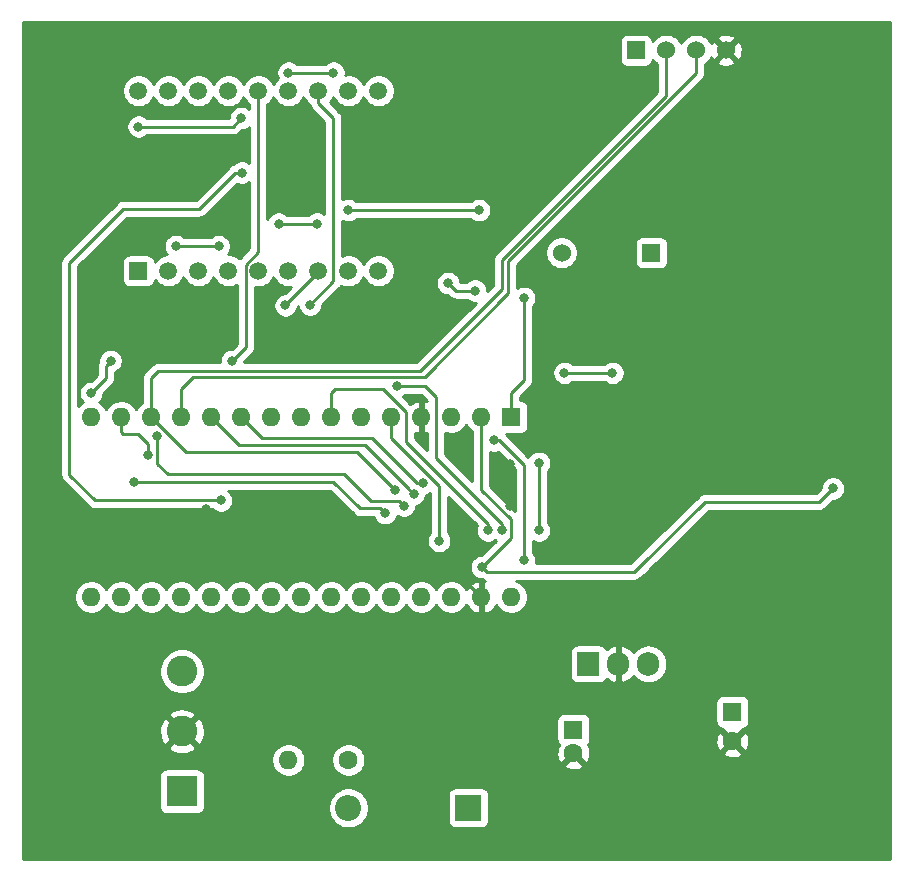
<source format=gbr>
G04 #@! TF.GenerationSoftware,KiCad,Pcbnew,(5.1.5)-3*
G04 #@! TF.CreationDate,2020-05-01T20:03:38+02:00*
G04 #@! TF.ProjectId,czujnikParkowania,637a756a-6e69-46b5-9061-726b6f77616e,rev?*
G04 #@! TF.SameCoordinates,Original*
G04 #@! TF.FileFunction,Copper,L2,Bot*
G04 #@! TF.FilePolarity,Positive*
%FSLAX46Y46*%
G04 Gerber Fmt 4.6, Leading zero omitted, Abs format (unit mm)*
G04 Created by KiCad (PCBNEW (5.1.5)-3) date 2020-05-01 20:03:38*
%MOMM*%
%LPD*%
G04 APERTURE LIST*
%ADD10R,1.600000X1.600000*%
%ADD11O,1.600000X1.600000*%
%ADD12R,1.500000X1.500000*%
%ADD13C,1.500000*%
%ADD14C,1.524000*%
%ADD15R,1.524000X1.524000*%
%ADD16C,1.600000*%
%ADD17R,2.200000X2.200000*%
%ADD18O,2.200000X2.200000*%
%ADD19R,2.600000X2.600000*%
%ADD20C,2.600000*%
%ADD21R,1.905000X2.000000*%
%ADD22O,1.905000X2.000000*%
%ADD23C,0.800000*%
%ADD24C,0.250000*%
%ADD25C,0.500000*%
%ADD26C,0.254000*%
G04 APERTURE END LIST*
D10*
X56705500Y-51371500D03*
D11*
X23685500Y-66611500D03*
X54165500Y-51371500D03*
X26225500Y-66611500D03*
X51625500Y-51371500D03*
X28765500Y-66611500D03*
X49085500Y-51371500D03*
X31305500Y-66611500D03*
X46545500Y-51371500D03*
X33845500Y-66611500D03*
X44005500Y-51371500D03*
X36385500Y-66611500D03*
X41465500Y-51371500D03*
X38925500Y-66611500D03*
X38925500Y-51371500D03*
X41465500Y-66611500D03*
X36385500Y-51371500D03*
X44005500Y-66611500D03*
X33845500Y-51371500D03*
X46545500Y-66611500D03*
X31305500Y-51371500D03*
X49085500Y-66611500D03*
X28765500Y-51371500D03*
X51625500Y-66611500D03*
X26225500Y-51371500D03*
X54165500Y-66611500D03*
X23685500Y-51371500D03*
X56705500Y-66611500D03*
X21145500Y-51371500D03*
X21145500Y-66611500D03*
D12*
X25146000Y-38989000D03*
D13*
X27686000Y-38989000D03*
X30226000Y-38989000D03*
X32766000Y-38989000D03*
X35306000Y-38989000D03*
X37846000Y-38989000D03*
X40386000Y-38989000D03*
X42926000Y-38989000D03*
X45466000Y-38989000D03*
X45466000Y-23749000D03*
X42926000Y-23749000D03*
X40386000Y-23749000D03*
X37846000Y-23749000D03*
X35306000Y-23749000D03*
X32766000Y-23749000D03*
X30226000Y-23749000D03*
X27686000Y-23749000D03*
X25146000Y-23749000D03*
D14*
X60970000Y-37465000D03*
D15*
X68570000Y-37465000D03*
D10*
X61976000Y-77851000D03*
D16*
X61976000Y-79851000D03*
D10*
X75438000Y-76327000D03*
D16*
X75438000Y-78827000D03*
D17*
X53086000Y-84455000D03*
D18*
X42926000Y-84455000D03*
D16*
X42926000Y-80391000D03*
D11*
X37846000Y-80391000D03*
D19*
X28829000Y-83058000D03*
D20*
X28829000Y-77978000D03*
X28829000Y-72898000D03*
D21*
X63246000Y-72263000D03*
D22*
X65786000Y-72263000D03*
X68326000Y-72263000D03*
D14*
X69820000Y-20320000D03*
X72360000Y-20320000D03*
X74900000Y-20320000D03*
D15*
X67280000Y-20320000D03*
D23*
X54229000Y-64071500D03*
X83947000Y-57404000D03*
X65278000Y-47625000D03*
X61214000Y-47625000D03*
X57785000Y-63500000D03*
X55245000Y-53340000D03*
X51308000Y-76200000D03*
X38100000Y-28956000D03*
X46482000Y-36830000D03*
X53848000Y-36830000D03*
X50038000Y-30480000D03*
X76327000Y-69342000D03*
X72263000Y-69215000D03*
X47752000Y-61722000D03*
X31242000Y-64135000D03*
X18923000Y-64135000D03*
X30861000Y-59182000D03*
X30861000Y-42418000D03*
X24384000Y-42418000D03*
X56642000Y-55372000D03*
X56642000Y-58928000D03*
X52070000Y-53340000D03*
X65532000Y-56007000D03*
X62992000Y-53848000D03*
X45720000Y-69215000D03*
X50165000Y-69215000D03*
X50038000Y-25908000D03*
X51054000Y-36830000D03*
X38100000Y-32258000D03*
X51308000Y-72898000D03*
X78486000Y-36195000D03*
X78613000Y-42672000D03*
X78486000Y-50419000D03*
X27305000Y-63246000D03*
X40005000Y-58039000D03*
X39116000Y-26035000D03*
X24130000Y-48641000D03*
X78486000Y-37719000D03*
X78613000Y-44069000D03*
X78486000Y-51816000D03*
X51689000Y-68707000D03*
X53086000Y-72009000D03*
X44577000Y-68834000D03*
X71120000Y-69215000D03*
X78486000Y-29845000D03*
X78486000Y-31115000D03*
X50609500Y-61849000D03*
X55943500Y-60960000D03*
X47053500Y-48704500D03*
X54737000Y-60960000D03*
X49276000Y-56959500D03*
X48450500Y-57912000D03*
X47625000Y-58864500D03*
X26733500Y-52996000D03*
X46863000Y-57531000D03*
X46037500Y-59499500D03*
X24765000Y-56896000D03*
X25971500Y-54546500D03*
X22796500Y-46609000D03*
X21145500Y-49339500D03*
X53975000Y-33845500D03*
X42926000Y-33845500D03*
X33909000Y-30670500D03*
X32131000Y-58420000D03*
X33083500Y-46609000D03*
X25146000Y-26771600D03*
X33832800Y-26060400D03*
X53644800Y-40662800D03*
X51358800Y-40030400D03*
X41656000Y-22199600D03*
X37846000Y-22199600D03*
X40259000Y-34988500D03*
X37020500Y-34988500D03*
X28321000Y-36893500D03*
X31940500Y-36893500D03*
X39674800Y-41859200D03*
X37592000Y-41910000D03*
X57785000Y-41275000D03*
X59055000Y-60960000D03*
X59055000Y-55245000D03*
D24*
X54229000Y-51435000D02*
X54165500Y-51371500D01*
X67100501Y-64471499D02*
X67691000Y-63881000D01*
X54628999Y-64471499D02*
X67100501Y-64471499D01*
X54229000Y-64071500D02*
X54628999Y-64471499D01*
X67627500Y-64071500D02*
X67691000Y-63881000D01*
X67691000Y-63881000D02*
X73152000Y-58547000D01*
X54628999Y-63671501D02*
X54229000Y-64071500D01*
X56668501Y-61631999D02*
X54628999Y-63671501D01*
X56668501Y-60027503D02*
X56668501Y-61631999D01*
X54165500Y-57524502D02*
X56668501Y-60027503D01*
X54165500Y-51371500D02*
X54165500Y-57524502D01*
X73152000Y-58547000D02*
X82804000Y-58547000D01*
X82804000Y-58547000D02*
X83947000Y-57404000D01*
X65278000Y-47625000D02*
X61214000Y-47625000D01*
X55683002Y-53340000D02*
X55245000Y-53340000D01*
X57785000Y-63500000D02*
X57785000Y-55441998D01*
X57785000Y-55441998D02*
X55683002Y-53340000D01*
D25*
X72390000Y-69342000D02*
X72263000Y-69215000D01*
D24*
X54165500Y-66611500D02*
X50927000Y-63373000D01*
X50927000Y-63373000D02*
X49403000Y-63373000D01*
X49403000Y-63373000D02*
X47752000Y-61722000D01*
X30861000Y-63754000D02*
X31242000Y-64135000D01*
X30861000Y-59182000D02*
X30861000Y-63754000D01*
X30461001Y-42817999D02*
X30861000Y-42418000D01*
X24783999Y-42817999D02*
X30461001Y-42817999D01*
X24384000Y-42418000D02*
X24783999Y-42817999D01*
X56642000Y-58928000D02*
X56642000Y-55372000D01*
X45720000Y-69215000D02*
X50165000Y-69215000D01*
X51054000Y-36830000D02*
X53848000Y-36830000D01*
X51054000Y-36830000D02*
X46482000Y-36830000D01*
X51308000Y-72898000D02*
X51308000Y-76200000D01*
X46545500Y-53155998D02*
X46545500Y-51371500D01*
X50609500Y-61849000D02*
X50609500Y-57219998D01*
X50609500Y-57219998D02*
X46545500Y-53155998D01*
X55943500Y-60394315D02*
X50355500Y-54806315D01*
X55943500Y-60960000D02*
X55943500Y-60394315D01*
X50355500Y-54806315D02*
X50355500Y-50976498D01*
X50355500Y-50976498D02*
X50355500Y-49657000D01*
X50355500Y-49657000D02*
X49403000Y-48704500D01*
X49403000Y-48704500D02*
X47053500Y-48704500D01*
X41783000Y-49022000D02*
X41465500Y-49339500D01*
X54737000Y-60394315D02*
X47815500Y-53472815D01*
X54737000Y-60960000D02*
X54737000Y-60394315D01*
X41465500Y-49339500D02*
X41465500Y-51371500D01*
X45861002Y-49022000D02*
X41783000Y-49022000D01*
X47815500Y-53472815D02*
X47815500Y-50976498D01*
X47815500Y-50976498D02*
X45861002Y-49022000D01*
X48710315Y-56959500D02*
X44900315Y-53149500D01*
X49276000Y-56959500D02*
X48710315Y-56959500D01*
X35623500Y-53149500D02*
X33845500Y-51371500D01*
X44900315Y-53149500D02*
X35623500Y-53149500D01*
X48050501Y-57512001D02*
X48050501Y-57448501D01*
X48450500Y-57912000D02*
X48050501Y-57512001D01*
X48050501Y-57448501D02*
X44323000Y-53721000D01*
X33655000Y-53721000D02*
X31305500Y-51371500D01*
X44323000Y-53721000D02*
X33655000Y-53721000D01*
X47225001Y-58464501D02*
X44812001Y-58464501D01*
X47625000Y-58864500D02*
X47225001Y-58464501D01*
X44812001Y-58464501D02*
X42545000Y-56197500D01*
X42545000Y-56197500D02*
X27622500Y-56197500D01*
X27622500Y-56197500D02*
X26733500Y-55308500D01*
X26733500Y-55308500D02*
X26733500Y-52996000D01*
X28765500Y-48958500D02*
X28765500Y-51371500D01*
X29744501Y-47979499D02*
X28765500Y-48958500D01*
X49366001Y-47979499D02*
X29744501Y-47979499D01*
X56445030Y-40900470D02*
X49366001Y-47979499D01*
X72360000Y-21397630D02*
X72360000Y-20320000D01*
X72360000Y-22256410D02*
X72360000Y-21397630D01*
X56445030Y-38171380D02*
X72360000Y-22256410D01*
X56445030Y-40900470D02*
X56445030Y-38171380D01*
X46863000Y-57531000D02*
X43688000Y-54356000D01*
X29210000Y-54356000D02*
X26225500Y-51371500D01*
X43688000Y-54356000D02*
X29210000Y-54356000D01*
X26225500Y-48069500D02*
X26225500Y-51371500D01*
X55930800Y-40563800D02*
X48996600Y-47498000D01*
X26797000Y-47498000D02*
X26225500Y-48069500D01*
X48996600Y-47498000D02*
X26797000Y-47498000D01*
X69820000Y-20320000D02*
X69820000Y-24160000D01*
X55930800Y-38049200D02*
X55930800Y-40563800D01*
X69820000Y-24160000D02*
X55930800Y-38049200D01*
X45637501Y-59099501D02*
X44113501Y-59099501D01*
X46037500Y-59499500D02*
X45637501Y-59099501D01*
X44113501Y-59099501D02*
X43923001Y-59099501D01*
X43923001Y-59099501D02*
X41656000Y-56832500D01*
X41656000Y-56832500D02*
X24828500Y-56832500D01*
X24828500Y-56832500D02*
X24765000Y-56896000D01*
X25971500Y-53657500D02*
X25082500Y-52768500D01*
X25971500Y-54546500D02*
X25971500Y-53657500D01*
X25082500Y-52768500D02*
X23812500Y-52768500D01*
X23685500Y-52641500D02*
X23685500Y-51371500D01*
X23812500Y-52768500D02*
X23685500Y-52641500D01*
X22396501Y-47008999D02*
X22396501Y-48088499D01*
X22796500Y-46609000D02*
X22396501Y-47008999D01*
X22396501Y-48088499D02*
X21145500Y-49339500D01*
X53975000Y-33845500D02*
X42926000Y-33845500D01*
X33343315Y-30670500D02*
X30295315Y-33718500D01*
X33909000Y-30670500D02*
X33343315Y-30670500D01*
X30295315Y-33718500D02*
X23876000Y-33718500D01*
X23876000Y-33718500D02*
X19304000Y-38290500D01*
X19304000Y-38290500D02*
X19304000Y-56261000D01*
X19304000Y-56261000D02*
X21463000Y-58420000D01*
X21463000Y-58420000D02*
X32131000Y-58420000D01*
X34230999Y-38472999D02*
X34230999Y-45321801D01*
X35306000Y-23749000D02*
X35306000Y-37397998D01*
X35306000Y-37397998D02*
X34230999Y-38472999D01*
X34230999Y-45321801D02*
X34230999Y-45461501D01*
X34230999Y-45461501D02*
X33083500Y-46609000D01*
X25146000Y-26771600D02*
X33121600Y-26771600D01*
X33121600Y-26771600D02*
X33832800Y-26060400D01*
X53644800Y-40662800D02*
X51991200Y-40662800D01*
X51991200Y-40662800D02*
X51358800Y-40030400D01*
X41656000Y-22199600D02*
X37846000Y-22199600D01*
X40259000Y-34988500D02*
X37020500Y-34988500D01*
X28321000Y-36893500D02*
X31940500Y-36893500D01*
X40386000Y-24809660D02*
X41656000Y-26079660D01*
X40386000Y-23749000D02*
X40386000Y-24809660D01*
X41656000Y-26079660D02*
X41656000Y-39878000D01*
X41656000Y-39878000D02*
X39674800Y-41859200D01*
X40386000Y-39116000D02*
X40386000Y-38989000D01*
X37592000Y-41910000D02*
X40386000Y-39116000D01*
X57785000Y-41275000D02*
X57785000Y-48260000D01*
X56705500Y-49339500D02*
X56705500Y-51371500D01*
X57785000Y-48260000D02*
X56705500Y-49339500D01*
X59055000Y-60960000D02*
X59055000Y-55245000D01*
D26*
G36*
X88748000Y-88748000D02*
G01*
X15392000Y-88748000D01*
X15392000Y-81758000D01*
X26890928Y-81758000D01*
X26890928Y-84358000D01*
X26903188Y-84482482D01*
X26939498Y-84602180D01*
X26998463Y-84712494D01*
X27077815Y-84809185D01*
X27174506Y-84888537D01*
X27284820Y-84947502D01*
X27404518Y-84983812D01*
X27529000Y-84996072D01*
X30129000Y-84996072D01*
X30253482Y-84983812D01*
X30373180Y-84947502D01*
X30483494Y-84888537D01*
X30580185Y-84809185D01*
X30659537Y-84712494D01*
X30718502Y-84602180D01*
X30754812Y-84482482D01*
X30767072Y-84358000D01*
X30767072Y-84284117D01*
X41191000Y-84284117D01*
X41191000Y-84625883D01*
X41257675Y-84961081D01*
X41388463Y-85276831D01*
X41578337Y-85560998D01*
X41820002Y-85802663D01*
X42104169Y-85992537D01*
X42419919Y-86123325D01*
X42755117Y-86190000D01*
X43096883Y-86190000D01*
X43432081Y-86123325D01*
X43747831Y-85992537D01*
X44031998Y-85802663D01*
X44273663Y-85560998D01*
X44463537Y-85276831D01*
X44594325Y-84961081D01*
X44661000Y-84625883D01*
X44661000Y-84284117D01*
X44594325Y-83948919D01*
X44463537Y-83633169D01*
X44277671Y-83355000D01*
X51347928Y-83355000D01*
X51347928Y-85555000D01*
X51360188Y-85679482D01*
X51396498Y-85799180D01*
X51455463Y-85909494D01*
X51534815Y-86006185D01*
X51631506Y-86085537D01*
X51741820Y-86144502D01*
X51861518Y-86180812D01*
X51986000Y-86193072D01*
X54186000Y-86193072D01*
X54310482Y-86180812D01*
X54430180Y-86144502D01*
X54540494Y-86085537D01*
X54637185Y-86006185D01*
X54716537Y-85909494D01*
X54775502Y-85799180D01*
X54811812Y-85679482D01*
X54824072Y-85555000D01*
X54824072Y-83355000D01*
X54811812Y-83230518D01*
X54775502Y-83110820D01*
X54716537Y-83000506D01*
X54637185Y-82903815D01*
X54540494Y-82824463D01*
X54430180Y-82765498D01*
X54310482Y-82729188D01*
X54186000Y-82716928D01*
X51986000Y-82716928D01*
X51861518Y-82729188D01*
X51741820Y-82765498D01*
X51631506Y-82824463D01*
X51534815Y-82903815D01*
X51455463Y-83000506D01*
X51396498Y-83110820D01*
X51360188Y-83230518D01*
X51347928Y-83355000D01*
X44277671Y-83355000D01*
X44273663Y-83349002D01*
X44031998Y-83107337D01*
X43747831Y-82917463D01*
X43432081Y-82786675D01*
X43096883Y-82720000D01*
X42755117Y-82720000D01*
X42419919Y-82786675D01*
X42104169Y-82917463D01*
X41820002Y-83107337D01*
X41578337Y-83349002D01*
X41388463Y-83633169D01*
X41257675Y-83948919D01*
X41191000Y-84284117D01*
X30767072Y-84284117D01*
X30767072Y-81758000D01*
X30754812Y-81633518D01*
X30718502Y-81513820D01*
X30659537Y-81403506D01*
X30580185Y-81306815D01*
X30483494Y-81227463D01*
X30373180Y-81168498D01*
X30253482Y-81132188D01*
X30129000Y-81119928D01*
X27529000Y-81119928D01*
X27404518Y-81132188D01*
X27284820Y-81168498D01*
X27174506Y-81227463D01*
X27077815Y-81306815D01*
X26998463Y-81403506D01*
X26939498Y-81513820D01*
X26903188Y-81633518D01*
X26890928Y-81758000D01*
X15392000Y-81758000D01*
X15392000Y-80249665D01*
X36411000Y-80249665D01*
X36411000Y-80532335D01*
X36466147Y-80809574D01*
X36574320Y-81070727D01*
X36731363Y-81305759D01*
X36931241Y-81505637D01*
X37166273Y-81662680D01*
X37427426Y-81770853D01*
X37704665Y-81826000D01*
X37987335Y-81826000D01*
X38264574Y-81770853D01*
X38525727Y-81662680D01*
X38760759Y-81505637D01*
X38960637Y-81305759D01*
X39117680Y-81070727D01*
X39225853Y-80809574D01*
X39281000Y-80532335D01*
X39281000Y-80249665D01*
X41491000Y-80249665D01*
X41491000Y-80532335D01*
X41546147Y-80809574D01*
X41654320Y-81070727D01*
X41811363Y-81305759D01*
X42011241Y-81505637D01*
X42246273Y-81662680D01*
X42507426Y-81770853D01*
X42784665Y-81826000D01*
X43067335Y-81826000D01*
X43344574Y-81770853D01*
X43605727Y-81662680D01*
X43840759Y-81505637D01*
X44040637Y-81305759D01*
X44197680Y-81070727D01*
X44291716Y-80843702D01*
X61162903Y-80843702D01*
X61234486Y-81087671D01*
X61489996Y-81208571D01*
X61764184Y-81277300D01*
X62046512Y-81291217D01*
X62326130Y-81249787D01*
X62592292Y-81154603D01*
X62717514Y-81087671D01*
X62789097Y-80843702D01*
X61976000Y-80030605D01*
X61162903Y-80843702D01*
X44291716Y-80843702D01*
X44305853Y-80809574D01*
X44361000Y-80532335D01*
X44361000Y-80249665D01*
X44305853Y-79972426D01*
X44284764Y-79921512D01*
X60535783Y-79921512D01*
X60577213Y-80201130D01*
X60672397Y-80467292D01*
X60739329Y-80592514D01*
X60983298Y-80664097D01*
X61796395Y-79851000D01*
X61782253Y-79836858D01*
X61961858Y-79657253D01*
X61976000Y-79671395D01*
X61990143Y-79657253D01*
X62169748Y-79836858D01*
X62155605Y-79851000D01*
X62968702Y-80664097D01*
X63212671Y-80592514D01*
X63333571Y-80337004D01*
X63402300Y-80062816D01*
X63414283Y-79819702D01*
X74624903Y-79819702D01*
X74696486Y-80063671D01*
X74951996Y-80184571D01*
X75226184Y-80253300D01*
X75508512Y-80267217D01*
X75788130Y-80225787D01*
X76054292Y-80130603D01*
X76179514Y-80063671D01*
X76251097Y-79819702D01*
X75438000Y-79006605D01*
X74624903Y-79819702D01*
X63414283Y-79819702D01*
X63416217Y-79780488D01*
X63374787Y-79500870D01*
X63279603Y-79234708D01*
X63214384Y-79112691D01*
X63227185Y-79102185D01*
X63306537Y-79005494D01*
X63364255Y-78897512D01*
X73997783Y-78897512D01*
X74039213Y-79177130D01*
X74134397Y-79443292D01*
X74201329Y-79568514D01*
X74445298Y-79640097D01*
X75258395Y-78827000D01*
X75617605Y-78827000D01*
X76430702Y-79640097D01*
X76674671Y-79568514D01*
X76795571Y-79313004D01*
X76864300Y-79038816D01*
X76878217Y-78756488D01*
X76836787Y-78476870D01*
X76741603Y-78210708D01*
X76674671Y-78085486D01*
X76430702Y-78013903D01*
X75617605Y-78827000D01*
X75258395Y-78827000D01*
X74445298Y-78013903D01*
X74201329Y-78085486D01*
X74080429Y-78340996D01*
X74011700Y-78615184D01*
X73997783Y-78897512D01*
X63364255Y-78897512D01*
X63365502Y-78895180D01*
X63401812Y-78775482D01*
X63414072Y-78651000D01*
X63414072Y-77051000D01*
X63401812Y-76926518D01*
X63365502Y-76806820D01*
X63306537Y-76696506D01*
X63227185Y-76599815D01*
X63130494Y-76520463D01*
X63020180Y-76461498D01*
X62900482Y-76425188D01*
X62776000Y-76412928D01*
X61176000Y-76412928D01*
X61051518Y-76425188D01*
X60931820Y-76461498D01*
X60821506Y-76520463D01*
X60724815Y-76599815D01*
X60645463Y-76696506D01*
X60586498Y-76806820D01*
X60550188Y-76926518D01*
X60537928Y-77051000D01*
X60537928Y-78651000D01*
X60550188Y-78775482D01*
X60586498Y-78895180D01*
X60645463Y-79005494D01*
X60724815Y-79102185D01*
X60737758Y-79112807D01*
X60618429Y-79364996D01*
X60549700Y-79639184D01*
X60535783Y-79921512D01*
X44284764Y-79921512D01*
X44197680Y-79711273D01*
X44040637Y-79476241D01*
X43840759Y-79276363D01*
X43605727Y-79119320D01*
X43344574Y-79011147D01*
X43067335Y-78956000D01*
X42784665Y-78956000D01*
X42507426Y-79011147D01*
X42246273Y-79119320D01*
X42011241Y-79276363D01*
X41811363Y-79476241D01*
X41654320Y-79711273D01*
X41546147Y-79972426D01*
X41491000Y-80249665D01*
X39281000Y-80249665D01*
X39225853Y-79972426D01*
X39117680Y-79711273D01*
X38960637Y-79476241D01*
X38760759Y-79276363D01*
X38525727Y-79119320D01*
X38264574Y-79011147D01*
X37987335Y-78956000D01*
X37704665Y-78956000D01*
X37427426Y-79011147D01*
X37166273Y-79119320D01*
X36931241Y-79276363D01*
X36731363Y-79476241D01*
X36574320Y-79711273D01*
X36466147Y-79972426D01*
X36411000Y-80249665D01*
X15392000Y-80249665D01*
X15392000Y-79327224D01*
X27659381Y-79327224D01*
X27791317Y-79622312D01*
X28132045Y-79793159D01*
X28499557Y-79894250D01*
X28879729Y-79921701D01*
X29257951Y-79874457D01*
X29619690Y-79754333D01*
X29866683Y-79622312D01*
X29998619Y-79327224D01*
X28829000Y-78157605D01*
X27659381Y-79327224D01*
X15392000Y-79327224D01*
X15392000Y-78028729D01*
X26885299Y-78028729D01*
X26932543Y-78406951D01*
X27052667Y-78768690D01*
X27184688Y-79015683D01*
X27479776Y-79147619D01*
X28649395Y-77978000D01*
X29008605Y-77978000D01*
X30178224Y-79147619D01*
X30473312Y-79015683D01*
X30644159Y-78674955D01*
X30745250Y-78307443D01*
X30772701Y-77927271D01*
X30725457Y-77549049D01*
X30605333Y-77187310D01*
X30473312Y-76940317D01*
X30178224Y-76808381D01*
X29008605Y-77978000D01*
X28649395Y-77978000D01*
X27479776Y-76808381D01*
X27184688Y-76940317D01*
X27013841Y-77281045D01*
X26912750Y-77648557D01*
X26885299Y-78028729D01*
X15392000Y-78028729D01*
X15392000Y-76628776D01*
X27659381Y-76628776D01*
X28829000Y-77798395D01*
X29998619Y-76628776D01*
X29866683Y-76333688D01*
X29525955Y-76162841D01*
X29158443Y-76061750D01*
X28778271Y-76034299D01*
X28400049Y-76081543D01*
X28038310Y-76201667D01*
X27791317Y-76333688D01*
X27659381Y-76628776D01*
X15392000Y-76628776D01*
X15392000Y-75527000D01*
X73999928Y-75527000D01*
X73999928Y-77127000D01*
X74012188Y-77251482D01*
X74048498Y-77371180D01*
X74107463Y-77481494D01*
X74186815Y-77578185D01*
X74283506Y-77657537D01*
X74393820Y-77716502D01*
X74513518Y-77752812D01*
X74638000Y-77765072D01*
X74645215Y-77765072D01*
X74624903Y-77834298D01*
X75438000Y-78647395D01*
X76251097Y-77834298D01*
X76230785Y-77765072D01*
X76238000Y-77765072D01*
X76362482Y-77752812D01*
X76482180Y-77716502D01*
X76592494Y-77657537D01*
X76689185Y-77578185D01*
X76768537Y-77481494D01*
X76827502Y-77371180D01*
X76863812Y-77251482D01*
X76876072Y-77127000D01*
X76876072Y-75527000D01*
X76863812Y-75402518D01*
X76827502Y-75282820D01*
X76768537Y-75172506D01*
X76689185Y-75075815D01*
X76592494Y-74996463D01*
X76482180Y-74937498D01*
X76362482Y-74901188D01*
X76238000Y-74888928D01*
X74638000Y-74888928D01*
X74513518Y-74901188D01*
X74393820Y-74937498D01*
X74283506Y-74996463D01*
X74186815Y-75075815D01*
X74107463Y-75172506D01*
X74048498Y-75282820D01*
X74012188Y-75402518D01*
X73999928Y-75527000D01*
X15392000Y-75527000D01*
X15392000Y-72707419D01*
X26894000Y-72707419D01*
X26894000Y-73088581D01*
X26968361Y-73462419D01*
X27114225Y-73814566D01*
X27325987Y-74131491D01*
X27595509Y-74401013D01*
X27912434Y-74612775D01*
X28264581Y-74758639D01*
X28638419Y-74833000D01*
X29019581Y-74833000D01*
X29393419Y-74758639D01*
X29745566Y-74612775D01*
X30062491Y-74401013D01*
X30332013Y-74131491D01*
X30543775Y-73814566D01*
X30689639Y-73462419D01*
X30764000Y-73088581D01*
X30764000Y-72707419D01*
X30689639Y-72333581D01*
X30543775Y-71981434D01*
X30332013Y-71664509D01*
X30062491Y-71394987D01*
X29864959Y-71263000D01*
X61655428Y-71263000D01*
X61655428Y-73263000D01*
X61667688Y-73387482D01*
X61703998Y-73507180D01*
X61762963Y-73617494D01*
X61842315Y-73714185D01*
X61939006Y-73793537D01*
X62049320Y-73852502D01*
X62169018Y-73888812D01*
X62293500Y-73901072D01*
X64198500Y-73901072D01*
X64322982Y-73888812D01*
X64442680Y-73852502D01*
X64552994Y-73793537D01*
X64649685Y-73714185D01*
X64729037Y-73617494D01*
X64778059Y-73525781D01*
X64919077Y-73638969D01*
X65194906Y-73782571D01*
X65413020Y-73853563D01*
X65659000Y-73733594D01*
X65659000Y-72390000D01*
X65639000Y-72390000D01*
X65639000Y-72136000D01*
X65659000Y-72136000D01*
X65659000Y-70792406D01*
X65913000Y-70792406D01*
X65913000Y-72136000D01*
X65933000Y-72136000D01*
X65933000Y-72390000D01*
X65913000Y-72390000D01*
X65913000Y-73733594D01*
X66158980Y-73853563D01*
X66377094Y-73782571D01*
X66652923Y-73638969D01*
X66895437Y-73444315D01*
X67050837Y-73259101D01*
X67198037Y-73438463D01*
X67439766Y-73636845D01*
X67715552Y-73784255D01*
X68014797Y-73875030D01*
X68326000Y-73905681D01*
X68637204Y-73875030D01*
X68936449Y-73784255D01*
X69212235Y-73636845D01*
X69453963Y-73438463D01*
X69652345Y-73196734D01*
X69799755Y-72920948D01*
X69890530Y-72621703D01*
X69913500Y-72388485D01*
X69913500Y-72137514D01*
X69890530Y-71904296D01*
X69799755Y-71605051D01*
X69652345Y-71329265D01*
X69453963Y-71087537D01*
X69212234Y-70889155D01*
X68936448Y-70741745D01*
X68637203Y-70650970D01*
X68326000Y-70620319D01*
X68014796Y-70650970D01*
X67715551Y-70741745D01*
X67439765Y-70889155D01*
X67198037Y-71087537D01*
X67050838Y-71266900D01*
X66895437Y-71081685D01*
X66652923Y-70887031D01*
X66377094Y-70743429D01*
X66158980Y-70672437D01*
X65913000Y-70792406D01*
X65659000Y-70792406D01*
X65413020Y-70672437D01*
X65194906Y-70743429D01*
X64919077Y-70887031D01*
X64778059Y-71000219D01*
X64729037Y-70908506D01*
X64649685Y-70811815D01*
X64552994Y-70732463D01*
X64442680Y-70673498D01*
X64322982Y-70637188D01*
X64198500Y-70624928D01*
X62293500Y-70624928D01*
X62169018Y-70637188D01*
X62049320Y-70673498D01*
X61939006Y-70732463D01*
X61842315Y-70811815D01*
X61762963Y-70908506D01*
X61703998Y-71018820D01*
X61667688Y-71138518D01*
X61655428Y-71263000D01*
X29864959Y-71263000D01*
X29745566Y-71183225D01*
X29393419Y-71037361D01*
X29019581Y-70963000D01*
X28638419Y-70963000D01*
X28264581Y-71037361D01*
X27912434Y-71183225D01*
X27595509Y-71394987D01*
X27325987Y-71664509D01*
X27114225Y-71981434D01*
X26968361Y-72333581D01*
X26894000Y-72707419D01*
X15392000Y-72707419D01*
X15392000Y-66470165D01*
X19710500Y-66470165D01*
X19710500Y-66752835D01*
X19765647Y-67030074D01*
X19873820Y-67291227D01*
X20030863Y-67526259D01*
X20230741Y-67726137D01*
X20465773Y-67883180D01*
X20726926Y-67991353D01*
X21004165Y-68046500D01*
X21286835Y-68046500D01*
X21564074Y-67991353D01*
X21825227Y-67883180D01*
X22060259Y-67726137D01*
X22260137Y-67526259D01*
X22415500Y-67293741D01*
X22570863Y-67526259D01*
X22770741Y-67726137D01*
X23005773Y-67883180D01*
X23266926Y-67991353D01*
X23544165Y-68046500D01*
X23826835Y-68046500D01*
X24104074Y-67991353D01*
X24365227Y-67883180D01*
X24600259Y-67726137D01*
X24800137Y-67526259D01*
X24955500Y-67293741D01*
X25110863Y-67526259D01*
X25310741Y-67726137D01*
X25545773Y-67883180D01*
X25806926Y-67991353D01*
X26084165Y-68046500D01*
X26366835Y-68046500D01*
X26644074Y-67991353D01*
X26905227Y-67883180D01*
X27140259Y-67726137D01*
X27340137Y-67526259D01*
X27495500Y-67293741D01*
X27650863Y-67526259D01*
X27850741Y-67726137D01*
X28085773Y-67883180D01*
X28346926Y-67991353D01*
X28624165Y-68046500D01*
X28906835Y-68046500D01*
X29184074Y-67991353D01*
X29445227Y-67883180D01*
X29680259Y-67726137D01*
X29880137Y-67526259D01*
X30035500Y-67293741D01*
X30190863Y-67526259D01*
X30390741Y-67726137D01*
X30625773Y-67883180D01*
X30886926Y-67991353D01*
X31164165Y-68046500D01*
X31446835Y-68046500D01*
X31724074Y-67991353D01*
X31985227Y-67883180D01*
X32220259Y-67726137D01*
X32420137Y-67526259D01*
X32575500Y-67293741D01*
X32730863Y-67526259D01*
X32930741Y-67726137D01*
X33165773Y-67883180D01*
X33426926Y-67991353D01*
X33704165Y-68046500D01*
X33986835Y-68046500D01*
X34264074Y-67991353D01*
X34525227Y-67883180D01*
X34760259Y-67726137D01*
X34960137Y-67526259D01*
X35115500Y-67293741D01*
X35270863Y-67526259D01*
X35470741Y-67726137D01*
X35705773Y-67883180D01*
X35966926Y-67991353D01*
X36244165Y-68046500D01*
X36526835Y-68046500D01*
X36804074Y-67991353D01*
X37065227Y-67883180D01*
X37300259Y-67726137D01*
X37500137Y-67526259D01*
X37655500Y-67293741D01*
X37810863Y-67526259D01*
X38010741Y-67726137D01*
X38245773Y-67883180D01*
X38506926Y-67991353D01*
X38784165Y-68046500D01*
X39066835Y-68046500D01*
X39344074Y-67991353D01*
X39605227Y-67883180D01*
X39840259Y-67726137D01*
X40040137Y-67526259D01*
X40195500Y-67293741D01*
X40350863Y-67526259D01*
X40550741Y-67726137D01*
X40785773Y-67883180D01*
X41046926Y-67991353D01*
X41324165Y-68046500D01*
X41606835Y-68046500D01*
X41884074Y-67991353D01*
X42145227Y-67883180D01*
X42380259Y-67726137D01*
X42580137Y-67526259D01*
X42735500Y-67293741D01*
X42890863Y-67526259D01*
X43090741Y-67726137D01*
X43325773Y-67883180D01*
X43586926Y-67991353D01*
X43864165Y-68046500D01*
X44146835Y-68046500D01*
X44424074Y-67991353D01*
X44685227Y-67883180D01*
X44920259Y-67726137D01*
X45120137Y-67526259D01*
X45275500Y-67293741D01*
X45430863Y-67526259D01*
X45630741Y-67726137D01*
X45865773Y-67883180D01*
X46126926Y-67991353D01*
X46404165Y-68046500D01*
X46686835Y-68046500D01*
X46964074Y-67991353D01*
X47225227Y-67883180D01*
X47460259Y-67726137D01*
X47660137Y-67526259D01*
X47815500Y-67293741D01*
X47970863Y-67526259D01*
X48170741Y-67726137D01*
X48405773Y-67883180D01*
X48666926Y-67991353D01*
X48944165Y-68046500D01*
X49226835Y-68046500D01*
X49504074Y-67991353D01*
X49765227Y-67883180D01*
X50000259Y-67726137D01*
X50200137Y-67526259D01*
X50355500Y-67293741D01*
X50510863Y-67526259D01*
X50710741Y-67726137D01*
X50945773Y-67883180D01*
X51206926Y-67991353D01*
X51484165Y-68046500D01*
X51766835Y-68046500D01*
X52044074Y-67991353D01*
X52305227Y-67883180D01*
X52540259Y-67726137D01*
X52740137Y-67526259D01*
X52897180Y-67291227D01*
X52901567Y-67280635D01*
X53013115Y-67466631D01*
X53202086Y-67675019D01*
X53428080Y-67842537D01*
X53682413Y-67962746D01*
X53816461Y-68003404D01*
X54038500Y-67881415D01*
X54038500Y-66738500D01*
X54018500Y-66738500D01*
X54018500Y-66484500D01*
X54038500Y-66484500D01*
X54038500Y-65341585D01*
X53816461Y-65219596D01*
X53682413Y-65260254D01*
X53428080Y-65380463D01*
X53202086Y-65547981D01*
X53013115Y-65756369D01*
X52901567Y-65942365D01*
X52897180Y-65931773D01*
X52740137Y-65696741D01*
X52540259Y-65496863D01*
X52305227Y-65339820D01*
X52044074Y-65231647D01*
X51766835Y-65176500D01*
X51484165Y-65176500D01*
X51206926Y-65231647D01*
X50945773Y-65339820D01*
X50710741Y-65496863D01*
X50510863Y-65696741D01*
X50355500Y-65929259D01*
X50200137Y-65696741D01*
X50000259Y-65496863D01*
X49765227Y-65339820D01*
X49504074Y-65231647D01*
X49226835Y-65176500D01*
X48944165Y-65176500D01*
X48666926Y-65231647D01*
X48405773Y-65339820D01*
X48170741Y-65496863D01*
X47970863Y-65696741D01*
X47815500Y-65929259D01*
X47660137Y-65696741D01*
X47460259Y-65496863D01*
X47225227Y-65339820D01*
X46964074Y-65231647D01*
X46686835Y-65176500D01*
X46404165Y-65176500D01*
X46126926Y-65231647D01*
X45865773Y-65339820D01*
X45630741Y-65496863D01*
X45430863Y-65696741D01*
X45275500Y-65929259D01*
X45120137Y-65696741D01*
X44920259Y-65496863D01*
X44685227Y-65339820D01*
X44424074Y-65231647D01*
X44146835Y-65176500D01*
X43864165Y-65176500D01*
X43586926Y-65231647D01*
X43325773Y-65339820D01*
X43090741Y-65496863D01*
X42890863Y-65696741D01*
X42735500Y-65929259D01*
X42580137Y-65696741D01*
X42380259Y-65496863D01*
X42145227Y-65339820D01*
X41884074Y-65231647D01*
X41606835Y-65176500D01*
X41324165Y-65176500D01*
X41046926Y-65231647D01*
X40785773Y-65339820D01*
X40550741Y-65496863D01*
X40350863Y-65696741D01*
X40195500Y-65929259D01*
X40040137Y-65696741D01*
X39840259Y-65496863D01*
X39605227Y-65339820D01*
X39344074Y-65231647D01*
X39066835Y-65176500D01*
X38784165Y-65176500D01*
X38506926Y-65231647D01*
X38245773Y-65339820D01*
X38010741Y-65496863D01*
X37810863Y-65696741D01*
X37655500Y-65929259D01*
X37500137Y-65696741D01*
X37300259Y-65496863D01*
X37065227Y-65339820D01*
X36804074Y-65231647D01*
X36526835Y-65176500D01*
X36244165Y-65176500D01*
X35966926Y-65231647D01*
X35705773Y-65339820D01*
X35470741Y-65496863D01*
X35270863Y-65696741D01*
X35115500Y-65929259D01*
X34960137Y-65696741D01*
X34760259Y-65496863D01*
X34525227Y-65339820D01*
X34264074Y-65231647D01*
X33986835Y-65176500D01*
X33704165Y-65176500D01*
X33426926Y-65231647D01*
X33165773Y-65339820D01*
X32930741Y-65496863D01*
X32730863Y-65696741D01*
X32575500Y-65929259D01*
X32420137Y-65696741D01*
X32220259Y-65496863D01*
X31985227Y-65339820D01*
X31724074Y-65231647D01*
X31446835Y-65176500D01*
X31164165Y-65176500D01*
X30886926Y-65231647D01*
X30625773Y-65339820D01*
X30390741Y-65496863D01*
X30190863Y-65696741D01*
X30035500Y-65929259D01*
X29880137Y-65696741D01*
X29680259Y-65496863D01*
X29445227Y-65339820D01*
X29184074Y-65231647D01*
X28906835Y-65176500D01*
X28624165Y-65176500D01*
X28346926Y-65231647D01*
X28085773Y-65339820D01*
X27850741Y-65496863D01*
X27650863Y-65696741D01*
X27495500Y-65929259D01*
X27340137Y-65696741D01*
X27140259Y-65496863D01*
X26905227Y-65339820D01*
X26644074Y-65231647D01*
X26366835Y-65176500D01*
X26084165Y-65176500D01*
X25806926Y-65231647D01*
X25545773Y-65339820D01*
X25310741Y-65496863D01*
X25110863Y-65696741D01*
X24955500Y-65929259D01*
X24800137Y-65696741D01*
X24600259Y-65496863D01*
X24365227Y-65339820D01*
X24104074Y-65231647D01*
X23826835Y-65176500D01*
X23544165Y-65176500D01*
X23266926Y-65231647D01*
X23005773Y-65339820D01*
X22770741Y-65496863D01*
X22570863Y-65696741D01*
X22415500Y-65929259D01*
X22260137Y-65696741D01*
X22060259Y-65496863D01*
X21825227Y-65339820D01*
X21564074Y-65231647D01*
X21286835Y-65176500D01*
X21004165Y-65176500D01*
X20726926Y-65231647D01*
X20465773Y-65339820D01*
X20230741Y-65496863D01*
X20030863Y-65696741D01*
X19873820Y-65931773D01*
X19765647Y-66192926D01*
X19710500Y-66470165D01*
X15392000Y-66470165D01*
X15392000Y-38290500D01*
X18540324Y-38290500D01*
X18544000Y-38327822D01*
X18544001Y-56223667D01*
X18540324Y-56261000D01*
X18544001Y-56298333D01*
X18554825Y-56408224D01*
X18554998Y-56409985D01*
X18598454Y-56553246D01*
X18669026Y-56685276D01*
X18737759Y-56769026D01*
X18764000Y-56801001D01*
X18792998Y-56824799D01*
X20899201Y-58931003D01*
X20922999Y-58960001D01*
X20951997Y-58983799D01*
X21038723Y-59054974D01*
X21170753Y-59125546D01*
X21314014Y-59169003D01*
X21425667Y-59180000D01*
X21425676Y-59180000D01*
X21462999Y-59183676D01*
X21500322Y-59180000D01*
X31427289Y-59180000D01*
X31471226Y-59223937D01*
X31640744Y-59337205D01*
X31829102Y-59415226D01*
X32029061Y-59455000D01*
X32232939Y-59455000D01*
X32432898Y-59415226D01*
X32621256Y-59337205D01*
X32790774Y-59223937D01*
X32934937Y-59079774D01*
X33048205Y-58910256D01*
X33126226Y-58721898D01*
X33166000Y-58521939D01*
X33166000Y-58318061D01*
X33126226Y-58118102D01*
X33048205Y-57929744D01*
X32934937Y-57760226D01*
X32790774Y-57616063D01*
X32755509Y-57592500D01*
X41341199Y-57592500D01*
X43359201Y-59610503D01*
X43383000Y-59639502D01*
X43411998Y-59663300D01*
X43498725Y-59734475D01*
X43630754Y-59805047D01*
X43774015Y-59848504D01*
X43923001Y-59863178D01*
X43960334Y-59859501D01*
X45066341Y-59859501D01*
X45120295Y-59989756D01*
X45233563Y-60159274D01*
X45377726Y-60303437D01*
X45547244Y-60416705D01*
X45735602Y-60494726D01*
X45935561Y-60534500D01*
X46139439Y-60534500D01*
X46339398Y-60494726D01*
X46527756Y-60416705D01*
X46697274Y-60303437D01*
X46841437Y-60159274D01*
X46954705Y-59989756D01*
X47032726Y-59801398D01*
X47048152Y-59723846D01*
X47134744Y-59781705D01*
X47323102Y-59859726D01*
X47523061Y-59899500D01*
X47726939Y-59899500D01*
X47926898Y-59859726D01*
X48115256Y-59781705D01*
X48284774Y-59668437D01*
X48428937Y-59524274D01*
X48542205Y-59354756D01*
X48620226Y-59166398D01*
X48660000Y-58966439D01*
X48660000Y-58925605D01*
X48752398Y-58907226D01*
X48940756Y-58829205D01*
X49110274Y-58715937D01*
X49254437Y-58571774D01*
X49367705Y-58402256D01*
X49445726Y-58213898D01*
X49485500Y-58013939D01*
X49485500Y-57973105D01*
X49577898Y-57954726D01*
X49766256Y-57876705D01*
X49849501Y-57821083D01*
X49849500Y-61145289D01*
X49805563Y-61189226D01*
X49692295Y-61358744D01*
X49614274Y-61547102D01*
X49574500Y-61747061D01*
X49574500Y-61950939D01*
X49614274Y-62150898D01*
X49692295Y-62339256D01*
X49805563Y-62508774D01*
X49949726Y-62652937D01*
X50119244Y-62766205D01*
X50307602Y-62844226D01*
X50507561Y-62884000D01*
X50711439Y-62884000D01*
X50911398Y-62844226D01*
X51099756Y-62766205D01*
X51269274Y-62652937D01*
X51413437Y-62508774D01*
X51526705Y-62339256D01*
X51604726Y-62150898D01*
X51644500Y-61950939D01*
X51644500Y-61747061D01*
X51604726Y-61547102D01*
X51526705Y-61358744D01*
X51413437Y-61189226D01*
X51369500Y-61145289D01*
X51369500Y-58101617D01*
X53795728Y-60527845D01*
X53741774Y-60658102D01*
X53702000Y-60858061D01*
X53702000Y-61061939D01*
X53741774Y-61261898D01*
X53819795Y-61450256D01*
X53933063Y-61619774D01*
X54077226Y-61763937D01*
X54246744Y-61877205D01*
X54435102Y-61955226D01*
X54635061Y-61995000D01*
X54838939Y-61995000D01*
X55038898Y-61955226D01*
X55227256Y-61877205D01*
X55340250Y-61801705D01*
X55390450Y-61835248D01*
X54189199Y-63036500D01*
X54127061Y-63036500D01*
X53927102Y-63076274D01*
X53738744Y-63154295D01*
X53569226Y-63267563D01*
X53425063Y-63411726D01*
X53311795Y-63581244D01*
X53233774Y-63769602D01*
X53194000Y-63969561D01*
X53194000Y-64173439D01*
X53233774Y-64373398D01*
X53311795Y-64561756D01*
X53425063Y-64731274D01*
X53569226Y-64875437D01*
X53738744Y-64988705D01*
X53927102Y-65066726D01*
X54127061Y-65106500D01*
X54204774Y-65106500D01*
X54336752Y-65177045D01*
X54480013Y-65220502D01*
X54507892Y-65223248D01*
X54292500Y-65341585D01*
X54292500Y-66484500D01*
X54312500Y-66484500D01*
X54312500Y-66738500D01*
X54292500Y-66738500D01*
X54292500Y-67881415D01*
X54514539Y-68003404D01*
X54648587Y-67962746D01*
X54902920Y-67842537D01*
X55128914Y-67675019D01*
X55317885Y-67466631D01*
X55429433Y-67280635D01*
X55433820Y-67291227D01*
X55590863Y-67526259D01*
X55790741Y-67726137D01*
X56025773Y-67883180D01*
X56286926Y-67991353D01*
X56564165Y-68046500D01*
X56846835Y-68046500D01*
X57124074Y-67991353D01*
X57385227Y-67883180D01*
X57620259Y-67726137D01*
X57820137Y-67526259D01*
X57977180Y-67291227D01*
X58085353Y-67030074D01*
X58140500Y-66752835D01*
X58140500Y-66470165D01*
X58085353Y-66192926D01*
X57977180Y-65931773D01*
X57820137Y-65696741D01*
X57620259Y-65496863D01*
X57385227Y-65339820D01*
X57124074Y-65231647D01*
X57123330Y-65231499D01*
X67063179Y-65231499D01*
X67100501Y-65235175D01*
X67137823Y-65231499D01*
X67137834Y-65231499D01*
X67249487Y-65220502D01*
X67392748Y-65177045D01*
X67524777Y-65106473D01*
X67640502Y-65011500D01*
X67664304Y-64982497D01*
X67844656Y-64802145D01*
X67969026Y-64754553D01*
X68095721Y-64674799D01*
X68204423Y-64571863D01*
X68290953Y-64449696D01*
X68336693Y-64347250D01*
X68353770Y-64296020D01*
X73461577Y-59307000D01*
X82766678Y-59307000D01*
X82804000Y-59310676D01*
X82841322Y-59307000D01*
X82841333Y-59307000D01*
X82952986Y-59296003D01*
X83096247Y-59252546D01*
X83228276Y-59181974D01*
X83344001Y-59087001D01*
X83367804Y-59057998D01*
X83986802Y-58439000D01*
X84048939Y-58439000D01*
X84248898Y-58399226D01*
X84437256Y-58321205D01*
X84606774Y-58207937D01*
X84750937Y-58063774D01*
X84864205Y-57894256D01*
X84942226Y-57705898D01*
X84982000Y-57505939D01*
X84982000Y-57302061D01*
X84942226Y-57102102D01*
X84864205Y-56913744D01*
X84750937Y-56744226D01*
X84606774Y-56600063D01*
X84437256Y-56486795D01*
X84248898Y-56408774D01*
X84048939Y-56369000D01*
X83845061Y-56369000D01*
X83645102Y-56408774D01*
X83456744Y-56486795D01*
X83287226Y-56600063D01*
X83143063Y-56744226D01*
X83029795Y-56913744D01*
X82951774Y-57102102D01*
X82912000Y-57302061D01*
X82912000Y-57364198D01*
X82489199Y-57787000D01*
X73193806Y-57787000D01*
X73160983Y-57783377D01*
X73119159Y-57787000D01*
X73114667Y-57787000D01*
X73081876Y-57790230D01*
X73011835Y-57796297D01*
X73007507Y-57797554D01*
X73003014Y-57797997D01*
X72935637Y-57818435D01*
X72868073Y-57838065D01*
X72864070Y-57840144D01*
X72859753Y-57841454D01*
X72797671Y-57874638D01*
X72735223Y-57907079D01*
X72731703Y-57909899D01*
X72727724Y-57912026D01*
X72673296Y-57956694D01*
X72647665Y-57977229D01*
X72644463Y-57980356D01*
X72611999Y-58006999D01*
X72591042Y-58032535D01*
X67183464Y-63314356D01*
X67179997Y-63317201D01*
X67160904Y-63336294D01*
X67114078Y-63380637D01*
X67108049Y-63389150D01*
X66785700Y-63711499D01*
X58798207Y-63711499D01*
X58820000Y-63601939D01*
X58820000Y-63398061D01*
X58780226Y-63198102D01*
X58702205Y-63009744D01*
X58588937Y-62840226D01*
X58545000Y-62796289D01*
X58545000Y-61864013D01*
X58564744Y-61877205D01*
X58753102Y-61955226D01*
X58953061Y-61995000D01*
X59156939Y-61995000D01*
X59356898Y-61955226D01*
X59545256Y-61877205D01*
X59714774Y-61763937D01*
X59858937Y-61619774D01*
X59972205Y-61450256D01*
X60050226Y-61261898D01*
X60090000Y-61061939D01*
X60090000Y-60858061D01*
X60050226Y-60658102D01*
X59972205Y-60469744D01*
X59858937Y-60300226D01*
X59815000Y-60256289D01*
X59815000Y-55948711D01*
X59858937Y-55904774D01*
X59972205Y-55735256D01*
X60050226Y-55546898D01*
X60090000Y-55346939D01*
X60090000Y-55143061D01*
X60050226Y-54943102D01*
X59972205Y-54754744D01*
X59858937Y-54585226D01*
X59714774Y-54441063D01*
X59545256Y-54327795D01*
X59356898Y-54249774D01*
X59156939Y-54210000D01*
X58953061Y-54210000D01*
X58753102Y-54249774D01*
X58564744Y-54327795D01*
X58395226Y-54441063D01*
X58251063Y-54585226D01*
X58151715Y-54733911D01*
X56246806Y-52829003D01*
X56230859Y-52809572D01*
X57505500Y-52809572D01*
X57629982Y-52797312D01*
X57749680Y-52761002D01*
X57859994Y-52702037D01*
X57956685Y-52622685D01*
X58036037Y-52525994D01*
X58095002Y-52415680D01*
X58131312Y-52295982D01*
X58143572Y-52171500D01*
X58143572Y-50571500D01*
X58131312Y-50447018D01*
X58095002Y-50327320D01*
X58036037Y-50217006D01*
X57956685Y-50120315D01*
X57859994Y-50040963D01*
X57749680Y-49981998D01*
X57629982Y-49945688D01*
X57505500Y-49933428D01*
X57465500Y-49933428D01*
X57465500Y-49654301D01*
X58296003Y-48823799D01*
X58325001Y-48800001D01*
X58419974Y-48684276D01*
X58490546Y-48552247D01*
X58534003Y-48408986D01*
X58545000Y-48297333D01*
X58548677Y-48260000D01*
X58545000Y-48222667D01*
X58545000Y-47523061D01*
X60179000Y-47523061D01*
X60179000Y-47726939D01*
X60218774Y-47926898D01*
X60296795Y-48115256D01*
X60410063Y-48284774D01*
X60554226Y-48428937D01*
X60723744Y-48542205D01*
X60912102Y-48620226D01*
X61112061Y-48660000D01*
X61315939Y-48660000D01*
X61515898Y-48620226D01*
X61704256Y-48542205D01*
X61873774Y-48428937D01*
X61917711Y-48385000D01*
X64574289Y-48385000D01*
X64618226Y-48428937D01*
X64787744Y-48542205D01*
X64976102Y-48620226D01*
X65176061Y-48660000D01*
X65379939Y-48660000D01*
X65579898Y-48620226D01*
X65768256Y-48542205D01*
X65937774Y-48428937D01*
X66081937Y-48284774D01*
X66195205Y-48115256D01*
X66273226Y-47926898D01*
X66313000Y-47726939D01*
X66313000Y-47523061D01*
X66273226Y-47323102D01*
X66195205Y-47134744D01*
X66081937Y-46965226D01*
X65937774Y-46821063D01*
X65768256Y-46707795D01*
X65579898Y-46629774D01*
X65379939Y-46590000D01*
X65176061Y-46590000D01*
X64976102Y-46629774D01*
X64787744Y-46707795D01*
X64618226Y-46821063D01*
X64574289Y-46865000D01*
X61917711Y-46865000D01*
X61873774Y-46821063D01*
X61704256Y-46707795D01*
X61515898Y-46629774D01*
X61315939Y-46590000D01*
X61112061Y-46590000D01*
X60912102Y-46629774D01*
X60723744Y-46707795D01*
X60554226Y-46821063D01*
X60410063Y-46965226D01*
X60296795Y-47134744D01*
X60218774Y-47323102D01*
X60179000Y-47523061D01*
X58545000Y-47523061D01*
X58545000Y-41978711D01*
X58588937Y-41934774D01*
X58702205Y-41765256D01*
X58780226Y-41576898D01*
X58820000Y-41376939D01*
X58820000Y-41173061D01*
X58780226Y-40973102D01*
X58702205Y-40784744D01*
X58588937Y-40615226D01*
X58444774Y-40471063D01*
X58275256Y-40357795D01*
X58086898Y-40279774D01*
X57886939Y-40240000D01*
X57683061Y-40240000D01*
X57483102Y-40279774D01*
X57294744Y-40357795D01*
X57205030Y-40417740D01*
X57205030Y-38486181D01*
X58363803Y-37327408D01*
X59573000Y-37327408D01*
X59573000Y-37602592D01*
X59626686Y-37872490D01*
X59731995Y-38126727D01*
X59884880Y-38355535D01*
X60079465Y-38550120D01*
X60308273Y-38703005D01*
X60562510Y-38808314D01*
X60832408Y-38862000D01*
X61107592Y-38862000D01*
X61377490Y-38808314D01*
X61631727Y-38703005D01*
X61860535Y-38550120D01*
X62055120Y-38355535D01*
X62208005Y-38126727D01*
X62313314Y-37872490D01*
X62367000Y-37602592D01*
X62367000Y-37327408D01*
X62313314Y-37057510D01*
X62208005Y-36803273D01*
X62141005Y-36703000D01*
X67169928Y-36703000D01*
X67169928Y-38227000D01*
X67182188Y-38351482D01*
X67218498Y-38471180D01*
X67277463Y-38581494D01*
X67356815Y-38678185D01*
X67453506Y-38757537D01*
X67563820Y-38816502D01*
X67683518Y-38852812D01*
X67808000Y-38865072D01*
X69332000Y-38865072D01*
X69456482Y-38852812D01*
X69576180Y-38816502D01*
X69686494Y-38757537D01*
X69783185Y-38678185D01*
X69862537Y-38581494D01*
X69921502Y-38471180D01*
X69957812Y-38351482D01*
X69970072Y-38227000D01*
X69970072Y-36703000D01*
X69957812Y-36578518D01*
X69921502Y-36458820D01*
X69862537Y-36348506D01*
X69783185Y-36251815D01*
X69686494Y-36172463D01*
X69576180Y-36113498D01*
X69456482Y-36077188D01*
X69332000Y-36064928D01*
X67808000Y-36064928D01*
X67683518Y-36077188D01*
X67563820Y-36113498D01*
X67453506Y-36172463D01*
X67356815Y-36251815D01*
X67277463Y-36348506D01*
X67218498Y-36458820D01*
X67182188Y-36578518D01*
X67169928Y-36703000D01*
X62141005Y-36703000D01*
X62055120Y-36574465D01*
X61860535Y-36379880D01*
X61631727Y-36226995D01*
X61377490Y-36121686D01*
X61107592Y-36068000D01*
X60832408Y-36068000D01*
X60562510Y-36121686D01*
X60308273Y-36226995D01*
X60079465Y-36379880D01*
X59884880Y-36574465D01*
X59731995Y-36803273D01*
X59626686Y-37057510D01*
X59573000Y-37327408D01*
X58363803Y-37327408D01*
X72871010Y-22820203D01*
X72900001Y-22796411D01*
X72923795Y-22767418D01*
X72923799Y-22767414D01*
X72994973Y-22680687D01*
X72994974Y-22680686D01*
X73065546Y-22548657D01*
X73109003Y-22405396D01*
X73120000Y-22293743D01*
X73120000Y-22293734D01*
X73123676Y-22256411D01*
X73120000Y-22219088D01*
X73120000Y-21492341D01*
X73250535Y-21405120D01*
X73370090Y-21285565D01*
X74114040Y-21285565D01*
X74181020Y-21525656D01*
X74430048Y-21642756D01*
X74697135Y-21709023D01*
X74972017Y-21721910D01*
X75244133Y-21680922D01*
X75503023Y-21587636D01*
X75618980Y-21525656D01*
X75685960Y-21285565D01*
X74900000Y-20499605D01*
X74114040Y-21285565D01*
X73370090Y-21285565D01*
X73445120Y-21210535D01*
X73598005Y-20981727D01*
X73627692Y-20910057D01*
X73632364Y-20923023D01*
X73694344Y-21038980D01*
X73934435Y-21105960D01*
X74720395Y-20320000D01*
X75079605Y-20320000D01*
X75865565Y-21105960D01*
X76105656Y-21038980D01*
X76222756Y-20789952D01*
X76289023Y-20522865D01*
X76301910Y-20247983D01*
X76260922Y-19975867D01*
X76167636Y-19716977D01*
X76105656Y-19601020D01*
X75865565Y-19534040D01*
X75079605Y-20320000D01*
X74720395Y-20320000D01*
X73934435Y-19534040D01*
X73694344Y-19601020D01*
X73630515Y-19736760D01*
X73598005Y-19658273D01*
X73445120Y-19429465D01*
X73370090Y-19354435D01*
X74114040Y-19354435D01*
X74900000Y-20140395D01*
X75685960Y-19354435D01*
X75618980Y-19114344D01*
X75369952Y-18997244D01*
X75102865Y-18930977D01*
X74827983Y-18918090D01*
X74555867Y-18959078D01*
X74296977Y-19052364D01*
X74181020Y-19114344D01*
X74114040Y-19354435D01*
X73370090Y-19354435D01*
X73250535Y-19234880D01*
X73021727Y-19081995D01*
X72767490Y-18976686D01*
X72497592Y-18923000D01*
X72222408Y-18923000D01*
X71952510Y-18976686D01*
X71698273Y-19081995D01*
X71469465Y-19234880D01*
X71274880Y-19429465D01*
X71121995Y-19658273D01*
X71090000Y-19735515D01*
X71058005Y-19658273D01*
X70905120Y-19429465D01*
X70710535Y-19234880D01*
X70481727Y-19081995D01*
X70227490Y-18976686D01*
X69957592Y-18923000D01*
X69682408Y-18923000D01*
X69412510Y-18976686D01*
X69158273Y-19081995D01*
X68929465Y-19234880D01*
X68734880Y-19429465D01*
X68676080Y-19517465D01*
X68667812Y-19433518D01*
X68631502Y-19313820D01*
X68572537Y-19203506D01*
X68493185Y-19106815D01*
X68396494Y-19027463D01*
X68286180Y-18968498D01*
X68166482Y-18932188D01*
X68042000Y-18919928D01*
X66518000Y-18919928D01*
X66393518Y-18932188D01*
X66273820Y-18968498D01*
X66163506Y-19027463D01*
X66066815Y-19106815D01*
X65987463Y-19203506D01*
X65928498Y-19313820D01*
X65892188Y-19433518D01*
X65879928Y-19558000D01*
X65879928Y-21082000D01*
X65892188Y-21206482D01*
X65928498Y-21326180D01*
X65987463Y-21436494D01*
X66066815Y-21533185D01*
X66163506Y-21612537D01*
X66273820Y-21671502D01*
X66393518Y-21707812D01*
X66518000Y-21720072D01*
X68042000Y-21720072D01*
X68166482Y-21707812D01*
X68286180Y-21671502D01*
X68396494Y-21612537D01*
X68493185Y-21533185D01*
X68572537Y-21436494D01*
X68631502Y-21326180D01*
X68667812Y-21206482D01*
X68676080Y-21122535D01*
X68734880Y-21210535D01*
X68929465Y-21405120D01*
X69060000Y-21492341D01*
X69060001Y-23845197D01*
X55419803Y-37485396D01*
X55390799Y-37509199D01*
X55359790Y-37546984D01*
X55295826Y-37624924D01*
X55260911Y-37690245D01*
X55225254Y-37756954D01*
X55181797Y-37900215D01*
X55170800Y-38011868D01*
X55170800Y-38011878D01*
X55167124Y-38049200D01*
X55170800Y-38086523D01*
X55170801Y-40248997D01*
X54679800Y-40739998D01*
X54679800Y-40560861D01*
X54640026Y-40360902D01*
X54562005Y-40172544D01*
X54448737Y-40003026D01*
X54304574Y-39858863D01*
X54135056Y-39745595D01*
X53946698Y-39667574D01*
X53746739Y-39627800D01*
X53542861Y-39627800D01*
X53342902Y-39667574D01*
X53154544Y-39745595D01*
X52985026Y-39858863D01*
X52941089Y-39902800D01*
X52388696Y-39902800D01*
X52354026Y-39728502D01*
X52276005Y-39540144D01*
X52162737Y-39370626D01*
X52018574Y-39226463D01*
X51849056Y-39113195D01*
X51660698Y-39035174D01*
X51460739Y-38995400D01*
X51256861Y-38995400D01*
X51056902Y-39035174D01*
X50868544Y-39113195D01*
X50699026Y-39226463D01*
X50554863Y-39370626D01*
X50441595Y-39540144D01*
X50363574Y-39728502D01*
X50323800Y-39928461D01*
X50323800Y-40132339D01*
X50363574Y-40332298D01*
X50441595Y-40520656D01*
X50554863Y-40690174D01*
X50699026Y-40834337D01*
X50868544Y-40947605D01*
X51056902Y-41025626D01*
X51256861Y-41065400D01*
X51318998Y-41065400D01*
X51427400Y-41173802D01*
X51451199Y-41202801D01*
X51566924Y-41297774D01*
X51698953Y-41368346D01*
X51842214Y-41411803D01*
X51953867Y-41422800D01*
X51953875Y-41422800D01*
X51991200Y-41426476D01*
X52028525Y-41422800D01*
X52941089Y-41422800D01*
X52985026Y-41466737D01*
X53154544Y-41580005D01*
X53342902Y-41658026D01*
X53542861Y-41697800D01*
X53721998Y-41697800D01*
X48681799Y-46738000D01*
X34113117Y-46738000D01*
X34118500Y-46710939D01*
X34118500Y-46648801D01*
X34742002Y-46025300D01*
X34771000Y-46001502D01*
X34865973Y-45885777D01*
X34909116Y-45805063D01*
X34936545Y-45753748D01*
X34980002Y-45610487D01*
X34981410Y-45596187D01*
X34990999Y-45498833D01*
X34990999Y-45498826D01*
X34994675Y-45461501D01*
X34990999Y-45424176D01*
X34990999Y-40338476D01*
X35169589Y-40374000D01*
X35442411Y-40374000D01*
X35709989Y-40320775D01*
X35962043Y-40216371D01*
X36188886Y-40064799D01*
X36381799Y-39871886D01*
X36533371Y-39645043D01*
X36576000Y-39542127D01*
X36618629Y-39645043D01*
X36770201Y-39871886D01*
X36963114Y-40064799D01*
X37189957Y-40216371D01*
X37442011Y-40320775D01*
X37709589Y-40374000D01*
X37982411Y-40374000D01*
X38070776Y-40356423D01*
X37552199Y-40875000D01*
X37490061Y-40875000D01*
X37290102Y-40914774D01*
X37101744Y-40992795D01*
X36932226Y-41106063D01*
X36788063Y-41250226D01*
X36674795Y-41419744D01*
X36596774Y-41608102D01*
X36557000Y-41808061D01*
X36557000Y-42011939D01*
X36596774Y-42211898D01*
X36674795Y-42400256D01*
X36788063Y-42569774D01*
X36932226Y-42713937D01*
X37101744Y-42827205D01*
X37290102Y-42905226D01*
X37490061Y-42945000D01*
X37693939Y-42945000D01*
X37893898Y-42905226D01*
X38082256Y-42827205D01*
X38251774Y-42713937D01*
X38395937Y-42569774D01*
X38509205Y-42400256D01*
X38587226Y-42211898D01*
X38627000Y-42011939D01*
X38627000Y-41949801D01*
X38639800Y-41937001D01*
X38639800Y-41961139D01*
X38679574Y-42161098D01*
X38757595Y-42349456D01*
X38870863Y-42518974D01*
X39015026Y-42663137D01*
X39184544Y-42776405D01*
X39372902Y-42854426D01*
X39572861Y-42894200D01*
X39776739Y-42894200D01*
X39976698Y-42854426D01*
X40165056Y-42776405D01*
X40334574Y-42663137D01*
X40478737Y-42518974D01*
X40592005Y-42349456D01*
X40670026Y-42161098D01*
X40709800Y-41961139D01*
X40709800Y-41899001D01*
X42167003Y-40441799D01*
X42196001Y-40418001D01*
X42242861Y-40360902D01*
X42290974Y-40302277D01*
X42324759Y-40239071D01*
X42522011Y-40320775D01*
X42789589Y-40374000D01*
X43062411Y-40374000D01*
X43329989Y-40320775D01*
X43582043Y-40216371D01*
X43808886Y-40064799D01*
X44001799Y-39871886D01*
X44153371Y-39645043D01*
X44196000Y-39542127D01*
X44238629Y-39645043D01*
X44390201Y-39871886D01*
X44583114Y-40064799D01*
X44809957Y-40216371D01*
X45062011Y-40320775D01*
X45329589Y-40374000D01*
X45602411Y-40374000D01*
X45869989Y-40320775D01*
X46122043Y-40216371D01*
X46348886Y-40064799D01*
X46541799Y-39871886D01*
X46693371Y-39645043D01*
X46797775Y-39392989D01*
X46851000Y-39125411D01*
X46851000Y-38852589D01*
X46797775Y-38585011D01*
X46693371Y-38332957D01*
X46541799Y-38106114D01*
X46348886Y-37913201D01*
X46122043Y-37761629D01*
X45869989Y-37657225D01*
X45602411Y-37604000D01*
X45329589Y-37604000D01*
X45062011Y-37657225D01*
X44809957Y-37761629D01*
X44583114Y-37913201D01*
X44390201Y-38106114D01*
X44238629Y-38332957D01*
X44196000Y-38435873D01*
X44153371Y-38332957D01*
X44001799Y-38106114D01*
X43808886Y-37913201D01*
X43582043Y-37761629D01*
X43329989Y-37657225D01*
X43062411Y-37604000D01*
X42789589Y-37604000D01*
X42522011Y-37657225D01*
X42416000Y-37701136D01*
X42416000Y-34749513D01*
X42435744Y-34762705D01*
X42624102Y-34840726D01*
X42824061Y-34880500D01*
X43027939Y-34880500D01*
X43227898Y-34840726D01*
X43416256Y-34762705D01*
X43585774Y-34649437D01*
X43629711Y-34605500D01*
X53271289Y-34605500D01*
X53315226Y-34649437D01*
X53484744Y-34762705D01*
X53673102Y-34840726D01*
X53873061Y-34880500D01*
X54076939Y-34880500D01*
X54276898Y-34840726D01*
X54465256Y-34762705D01*
X54634774Y-34649437D01*
X54778937Y-34505274D01*
X54892205Y-34335756D01*
X54970226Y-34147398D01*
X55010000Y-33947439D01*
X55010000Y-33743561D01*
X54970226Y-33543602D01*
X54892205Y-33355244D01*
X54778937Y-33185726D01*
X54634774Y-33041563D01*
X54465256Y-32928295D01*
X54276898Y-32850274D01*
X54076939Y-32810500D01*
X53873061Y-32810500D01*
X53673102Y-32850274D01*
X53484744Y-32928295D01*
X53315226Y-33041563D01*
X53271289Y-33085500D01*
X43629711Y-33085500D01*
X43585774Y-33041563D01*
X43416256Y-32928295D01*
X43227898Y-32850274D01*
X43027939Y-32810500D01*
X42824061Y-32810500D01*
X42624102Y-32850274D01*
X42435744Y-32928295D01*
X42416000Y-32941487D01*
X42416000Y-26116982D01*
X42419676Y-26079659D01*
X42416000Y-26042336D01*
X42416000Y-26042327D01*
X42405003Y-25930674D01*
X42361546Y-25787413D01*
X42290974Y-25655384D01*
X42196001Y-25539659D01*
X42167004Y-25515862D01*
X41372413Y-24721272D01*
X41461799Y-24631886D01*
X41613371Y-24405043D01*
X41656000Y-24302127D01*
X41698629Y-24405043D01*
X41850201Y-24631886D01*
X42043114Y-24824799D01*
X42269957Y-24976371D01*
X42522011Y-25080775D01*
X42789589Y-25134000D01*
X43062411Y-25134000D01*
X43329989Y-25080775D01*
X43582043Y-24976371D01*
X43808886Y-24824799D01*
X44001799Y-24631886D01*
X44153371Y-24405043D01*
X44196000Y-24302127D01*
X44238629Y-24405043D01*
X44390201Y-24631886D01*
X44583114Y-24824799D01*
X44809957Y-24976371D01*
X45062011Y-25080775D01*
X45329589Y-25134000D01*
X45602411Y-25134000D01*
X45869989Y-25080775D01*
X46122043Y-24976371D01*
X46348886Y-24824799D01*
X46541799Y-24631886D01*
X46693371Y-24405043D01*
X46797775Y-24152989D01*
X46851000Y-23885411D01*
X46851000Y-23612589D01*
X46797775Y-23345011D01*
X46693371Y-23092957D01*
X46541799Y-22866114D01*
X46348886Y-22673201D01*
X46122043Y-22521629D01*
X45869989Y-22417225D01*
X45602411Y-22364000D01*
X45329589Y-22364000D01*
X45062011Y-22417225D01*
X44809957Y-22521629D01*
X44583114Y-22673201D01*
X44390201Y-22866114D01*
X44238629Y-23092957D01*
X44196000Y-23195873D01*
X44153371Y-23092957D01*
X44001799Y-22866114D01*
X43808886Y-22673201D01*
X43582043Y-22521629D01*
X43329989Y-22417225D01*
X43062411Y-22364000D01*
X42789589Y-22364000D01*
X42674003Y-22386992D01*
X42691000Y-22301539D01*
X42691000Y-22097661D01*
X42651226Y-21897702D01*
X42573205Y-21709344D01*
X42459937Y-21539826D01*
X42315774Y-21395663D01*
X42146256Y-21282395D01*
X41957898Y-21204374D01*
X41757939Y-21164600D01*
X41554061Y-21164600D01*
X41354102Y-21204374D01*
X41165744Y-21282395D01*
X40996226Y-21395663D01*
X40952289Y-21439600D01*
X38549711Y-21439600D01*
X38505774Y-21395663D01*
X38336256Y-21282395D01*
X38147898Y-21204374D01*
X37947939Y-21164600D01*
X37744061Y-21164600D01*
X37544102Y-21204374D01*
X37355744Y-21282395D01*
X37186226Y-21395663D01*
X37042063Y-21539826D01*
X36928795Y-21709344D01*
X36850774Y-21897702D01*
X36811000Y-22097661D01*
X36811000Y-22301539D01*
X36850774Y-22501498D01*
X36928795Y-22689856D01*
X36935870Y-22700445D01*
X36770201Y-22866114D01*
X36618629Y-23092957D01*
X36576000Y-23195873D01*
X36533371Y-23092957D01*
X36381799Y-22866114D01*
X36188886Y-22673201D01*
X35962043Y-22521629D01*
X35709989Y-22417225D01*
X35442411Y-22364000D01*
X35169589Y-22364000D01*
X34902011Y-22417225D01*
X34649957Y-22521629D01*
X34423114Y-22673201D01*
X34230201Y-22866114D01*
X34078629Y-23092957D01*
X34036000Y-23195873D01*
X33993371Y-23092957D01*
X33841799Y-22866114D01*
X33648886Y-22673201D01*
X33422043Y-22521629D01*
X33169989Y-22417225D01*
X32902411Y-22364000D01*
X32629589Y-22364000D01*
X32362011Y-22417225D01*
X32109957Y-22521629D01*
X31883114Y-22673201D01*
X31690201Y-22866114D01*
X31538629Y-23092957D01*
X31496000Y-23195873D01*
X31453371Y-23092957D01*
X31301799Y-22866114D01*
X31108886Y-22673201D01*
X30882043Y-22521629D01*
X30629989Y-22417225D01*
X30362411Y-22364000D01*
X30089589Y-22364000D01*
X29822011Y-22417225D01*
X29569957Y-22521629D01*
X29343114Y-22673201D01*
X29150201Y-22866114D01*
X28998629Y-23092957D01*
X28956000Y-23195873D01*
X28913371Y-23092957D01*
X28761799Y-22866114D01*
X28568886Y-22673201D01*
X28342043Y-22521629D01*
X28089989Y-22417225D01*
X27822411Y-22364000D01*
X27549589Y-22364000D01*
X27282011Y-22417225D01*
X27029957Y-22521629D01*
X26803114Y-22673201D01*
X26610201Y-22866114D01*
X26458629Y-23092957D01*
X26416000Y-23195873D01*
X26373371Y-23092957D01*
X26221799Y-22866114D01*
X26028886Y-22673201D01*
X25802043Y-22521629D01*
X25549989Y-22417225D01*
X25282411Y-22364000D01*
X25009589Y-22364000D01*
X24742011Y-22417225D01*
X24489957Y-22521629D01*
X24263114Y-22673201D01*
X24070201Y-22866114D01*
X23918629Y-23092957D01*
X23814225Y-23345011D01*
X23761000Y-23612589D01*
X23761000Y-23885411D01*
X23814225Y-24152989D01*
X23918629Y-24405043D01*
X24070201Y-24631886D01*
X24263114Y-24824799D01*
X24489957Y-24976371D01*
X24742011Y-25080775D01*
X25009589Y-25134000D01*
X25282411Y-25134000D01*
X25549989Y-25080775D01*
X25802043Y-24976371D01*
X26028886Y-24824799D01*
X26221799Y-24631886D01*
X26373371Y-24405043D01*
X26416000Y-24302127D01*
X26458629Y-24405043D01*
X26610201Y-24631886D01*
X26803114Y-24824799D01*
X27029957Y-24976371D01*
X27282011Y-25080775D01*
X27549589Y-25134000D01*
X27822411Y-25134000D01*
X28089989Y-25080775D01*
X28342043Y-24976371D01*
X28568886Y-24824799D01*
X28761799Y-24631886D01*
X28913371Y-24405043D01*
X28956000Y-24302127D01*
X28998629Y-24405043D01*
X29150201Y-24631886D01*
X29343114Y-24824799D01*
X29569957Y-24976371D01*
X29822011Y-25080775D01*
X30089589Y-25134000D01*
X30362411Y-25134000D01*
X30629989Y-25080775D01*
X30882043Y-24976371D01*
X31108886Y-24824799D01*
X31301799Y-24631886D01*
X31453371Y-24405043D01*
X31496000Y-24302127D01*
X31538629Y-24405043D01*
X31690201Y-24631886D01*
X31883114Y-24824799D01*
X32109957Y-24976371D01*
X32362011Y-25080775D01*
X32629589Y-25134000D01*
X32902411Y-25134000D01*
X33169989Y-25080775D01*
X33422043Y-24976371D01*
X33648886Y-24824799D01*
X33841799Y-24631886D01*
X33993371Y-24405043D01*
X34036000Y-24302127D01*
X34078629Y-24405043D01*
X34230201Y-24631886D01*
X34423114Y-24824799D01*
X34546000Y-24906909D01*
X34546000Y-25309889D01*
X34492574Y-25256463D01*
X34323056Y-25143195D01*
X34134698Y-25065174D01*
X33934739Y-25025400D01*
X33730861Y-25025400D01*
X33530902Y-25065174D01*
X33342544Y-25143195D01*
X33173026Y-25256463D01*
X33028863Y-25400626D01*
X32915595Y-25570144D01*
X32837574Y-25758502D01*
X32797800Y-25958461D01*
X32797800Y-26011600D01*
X25849711Y-26011600D01*
X25805774Y-25967663D01*
X25636256Y-25854395D01*
X25447898Y-25776374D01*
X25247939Y-25736600D01*
X25044061Y-25736600D01*
X24844102Y-25776374D01*
X24655744Y-25854395D01*
X24486226Y-25967663D01*
X24342063Y-26111826D01*
X24228795Y-26281344D01*
X24150774Y-26469702D01*
X24111000Y-26669661D01*
X24111000Y-26873539D01*
X24150774Y-27073498D01*
X24228795Y-27261856D01*
X24342063Y-27431374D01*
X24486226Y-27575537D01*
X24655744Y-27688805D01*
X24844102Y-27766826D01*
X25044061Y-27806600D01*
X25247939Y-27806600D01*
X25447898Y-27766826D01*
X25636256Y-27688805D01*
X25805774Y-27575537D01*
X25849711Y-27531600D01*
X33084278Y-27531600D01*
X33121600Y-27535276D01*
X33158922Y-27531600D01*
X33158933Y-27531600D01*
X33270586Y-27520603D01*
X33413847Y-27477146D01*
X33545876Y-27406574D01*
X33661601Y-27311601D01*
X33685403Y-27282598D01*
X33872601Y-27095400D01*
X33934739Y-27095400D01*
X34134698Y-27055626D01*
X34323056Y-26977605D01*
X34492574Y-26864337D01*
X34546000Y-26810911D01*
X34546000Y-29851346D01*
X34399256Y-29753295D01*
X34210898Y-29675274D01*
X34010939Y-29635500D01*
X33807061Y-29635500D01*
X33607102Y-29675274D01*
X33418744Y-29753295D01*
X33249226Y-29866563D01*
X33194276Y-29921513D01*
X33051068Y-29964954D01*
X32919038Y-30035526D01*
X32835398Y-30104168D01*
X32803314Y-30130499D01*
X32779516Y-30159497D01*
X29980514Y-32958500D01*
X23913322Y-32958500D01*
X23875999Y-32954824D01*
X23838676Y-32958500D01*
X23838667Y-32958500D01*
X23727014Y-32969497D01*
X23583753Y-33012954D01*
X23451724Y-33083526D01*
X23451722Y-33083527D01*
X23451723Y-33083527D01*
X23364996Y-33154701D01*
X23364992Y-33154705D01*
X23335999Y-33178499D01*
X23312205Y-33207492D01*
X18793003Y-37726696D01*
X18763999Y-37750499D01*
X18733375Y-37787815D01*
X18669026Y-37866224D01*
X18630661Y-37937999D01*
X18598454Y-37998254D01*
X18554997Y-38141515D01*
X18544000Y-38253168D01*
X18544000Y-38253178D01*
X18540324Y-38290500D01*
X15392000Y-38290500D01*
X15392000Y-17932000D01*
X88748001Y-17932000D01*
X88748000Y-88748000D01*
G37*
X88748000Y-88748000D02*
X15392000Y-88748000D01*
X15392000Y-81758000D01*
X26890928Y-81758000D01*
X26890928Y-84358000D01*
X26903188Y-84482482D01*
X26939498Y-84602180D01*
X26998463Y-84712494D01*
X27077815Y-84809185D01*
X27174506Y-84888537D01*
X27284820Y-84947502D01*
X27404518Y-84983812D01*
X27529000Y-84996072D01*
X30129000Y-84996072D01*
X30253482Y-84983812D01*
X30373180Y-84947502D01*
X30483494Y-84888537D01*
X30580185Y-84809185D01*
X30659537Y-84712494D01*
X30718502Y-84602180D01*
X30754812Y-84482482D01*
X30767072Y-84358000D01*
X30767072Y-84284117D01*
X41191000Y-84284117D01*
X41191000Y-84625883D01*
X41257675Y-84961081D01*
X41388463Y-85276831D01*
X41578337Y-85560998D01*
X41820002Y-85802663D01*
X42104169Y-85992537D01*
X42419919Y-86123325D01*
X42755117Y-86190000D01*
X43096883Y-86190000D01*
X43432081Y-86123325D01*
X43747831Y-85992537D01*
X44031998Y-85802663D01*
X44273663Y-85560998D01*
X44463537Y-85276831D01*
X44594325Y-84961081D01*
X44661000Y-84625883D01*
X44661000Y-84284117D01*
X44594325Y-83948919D01*
X44463537Y-83633169D01*
X44277671Y-83355000D01*
X51347928Y-83355000D01*
X51347928Y-85555000D01*
X51360188Y-85679482D01*
X51396498Y-85799180D01*
X51455463Y-85909494D01*
X51534815Y-86006185D01*
X51631506Y-86085537D01*
X51741820Y-86144502D01*
X51861518Y-86180812D01*
X51986000Y-86193072D01*
X54186000Y-86193072D01*
X54310482Y-86180812D01*
X54430180Y-86144502D01*
X54540494Y-86085537D01*
X54637185Y-86006185D01*
X54716537Y-85909494D01*
X54775502Y-85799180D01*
X54811812Y-85679482D01*
X54824072Y-85555000D01*
X54824072Y-83355000D01*
X54811812Y-83230518D01*
X54775502Y-83110820D01*
X54716537Y-83000506D01*
X54637185Y-82903815D01*
X54540494Y-82824463D01*
X54430180Y-82765498D01*
X54310482Y-82729188D01*
X54186000Y-82716928D01*
X51986000Y-82716928D01*
X51861518Y-82729188D01*
X51741820Y-82765498D01*
X51631506Y-82824463D01*
X51534815Y-82903815D01*
X51455463Y-83000506D01*
X51396498Y-83110820D01*
X51360188Y-83230518D01*
X51347928Y-83355000D01*
X44277671Y-83355000D01*
X44273663Y-83349002D01*
X44031998Y-83107337D01*
X43747831Y-82917463D01*
X43432081Y-82786675D01*
X43096883Y-82720000D01*
X42755117Y-82720000D01*
X42419919Y-82786675D01*
X42104169Y-82917463D01*
X41820002Y-83107337D01*
X41578337Y-83349002D01*
X41388463Y-83633169D01*
X41257675Y-83948919D01*
X41191000Y-84284117D01*
X30767072Y-84284117D01*
X30767072Y-81758000D01*
X30754812Y-81633518D01*
X30718502Y-81513820D01*
X30659537Y-81403506D01*
X30580185Y-81306815D01*
X30483494Y-81227463D01*
X30373180Y-81168498D01*
X30253482Y-81132188D01*
X30129000Y-81119928D01*
X27529000Y-81119928D01*
X27404518Y-81132188D01*
X27284820Y-81168498D01*
X27174506Y-81227463D01*
X27077815Y-81306815D01*
X26998463Y-81403506D01*
X26939498Y-81513820D01*
X26903188Y-81633518D01*
X26890928Y-81758000D01*
X15392000Y-81758000D01*
X15392000Y-80249665D01*
X36411000Y-80249665D01*
X36411000Y-80532335D01*
X36466147Y-80809574D01*
X36574320Y-81070727D01*
X36731363Y-81305759D01*
X36931241Y-81505637D01*
X37166273Y-81662680D01*
X37427426Y-81770853D01*
X37704665Y-81826000D01*
X37987335Y-81826000D01*
X38264574Y-81770853D01*
X38525727Y-81662680D01*
X38760759Y-81505637D01*
X38960637Y-81305759D01*
X39117680Y-81070727D01*
X39225853Y-80809574D01*
X39281000Y-80532335D01*
X39281000Y-80249665D01*
X41491000Y-80249665D01*
X41491000Y-80532335D01*
X41546147Y-80809574D01*
X41654320Y-81070727D01*
X41811363Y-81305759D01*
X42011241Y-81505637D01*
X42246273Y-81662680D01*
X42507426Y-81770853D01*
X42784665Y-81826000D01*
X43067335Y-81826000D01*
X43344574Y-81770853D01*
X43605727Y-81662680D01*
X43840759Y-81505637D01*
X44040637Y-81305759D01*
X44197680Y-81070727D01*
X44291716Y-80843702D01*
X61162903Y-80843702D01*
X61234486Y-81087671D01*
X61489996Y-81208571D01*
X61764184Y-81277300D01*
X62046512Y-81291217D01*
X62326130Y-81249787D01*
X62592292Y-81154603D01*
X62717514Y-81087671D01*
X62789097Y-80843702D01*
X61976000Y-80030605D01*
X61162903Y-80843702D01*
X44291716Y-80843702D01*
X44305853Y-80809574D01*
X44361000Y-80532335D01*
X44361000Y-80249665D01*
X44305853Y-79972426D01*
X44284764Y-79921512D01*
X60535783Y-79921512D01*
X60577213Y-80201130D01*
X60672397Y-80467292D01*
X60739329Y-80592514D01*
X60983298Y-80664097D01*
X61796395Y-79851000D01*
X61782253Y-79836858D01*
X61961858Y-79657253D01*
X61976000Y-79671395D01*
X61990143Y-79657253D01*
X62169748Y-79836858D01*
X62155605Y-79851000D01*
X62968702Y-80664097D01*
X63212671Y-80592514D01*
X63333571Y-80337004D01*
X63402300Y-80062816D01*
X63414283Y-79819702D01*
X74624903Y-79819702D01*
X74696486Y-80063671D01*
X74951996Y-80184571D01*
X75226184Y-80253300D01*
X75508512Y-80267217D01*
X75788130Y-80225787D01*
X76054292Y-80130603D01*
X76179514Y-80063671D01*
X76251097Y-79819702D01*
X75438000Y-79006605D01*
X74624903Y-79819702D01*
X63414283Y-79819702D01*
X63416217Y-79780488D01*
X63374787Y-79500870D01*
X63279603Y-79234708D01*
X63214384Y-79112691D01*
X63227185Y-79102185D01*
X63306537Y-79005494D01*
X63364255Y-78897512D01*
X73997783Y-78897512D01*
X74039213Y-79177130D01*
X74134397Y-79443292D01*
X74201329Y-79568514D01*
X74445298Y-79640097D01*
X75258395Y-78827000D01*
X75617605Y-78827000D01*
X76430702Y-79640097D01*
X76674671Y-79568514D01*
X76795571Y-79313004D01*
X76864300Y-79038816D01*
X76878217Y-78756488D01*
X76836787Y-78476870D01*
X76741603Y-78210708D01*
X76674671Y-78085486D01*
X76430702Y-78013903D01*
X75617605Y-78827000D01*
X75258395Y-78827000D01*
X74445298Y-78013903D01*
X74201329Y-78085486D01*
X74080429Y-78340996D01*
X74011700Y-78615184D01*
X73997783Y-78897512D01*
X63364255Y-78897512D01*
X63365502Y-78895180D01*
X63401812Y-78775482D01*
X63414072Y-78651000D01*
X63414072Y-77051000D01*
X63401812Y-76926518D01*
X63365502Y-76806820D01*
X63306537Y-76696506D01*
X63227185Y-76599815D01*
X63130494Y-76520463D01*
X63020180Y-76461498D01*
X62900482Y-76425188D01*
X62776000Y-76412928D01*
X61176000Y-76412928D01*
X61051518Y-76425188D01*
X60931820Y-76461498D01*
X60821506Y-76520463D01*
X60724815Y-76599815D01*
X60645463Y-76696506D01*
X60586498Y-76806820D01*
X60550188Y-76926518D01*
X60537928Y-77051000D01*
X60537928Y-78651000D01*
X60550188Y-78775482D01*
X60586498Y-78895180D01*
X60645463Y-79005494D01*
X60724815Y-79102185D01*
X60737758Y-79112807D01*
X60618429Y-79364996D01*
X60549700Y-79639184D01*
X60535783Y-79921512D01*
X44284764Y-79921512D01*
X44197680Y-79711273D01*
X44040637Y-79476241D01*
X43840759Y-79276363D01*
X43605727Y-79119320D01*
X43344574Y-79011147D01*
X43067335Y-78956000D01*
X42784665Y-78956000D01*
X42507426Y-79011147D01*
X42246273Y-79119320D01*
X42011241Y-79276363D01*
X41811363Y-79476241D01*
X41654320Y-79711273D01*
X41546147Y-79972426D01*
X41491000Y-80249665D01*
X39281000Y-80249665D01*
X39225853Y-79972426D01*
X39117680Y-79711273D01*
X38960637Y-79476241D01*
X38760759Y-79276363D01*
X38525727Y-79119320D01*
X38264574Y-79011147D01*
X37987335Y-78956000D01*
X37704665Y-78956000D01*
X37427426Y-79011147D01*
X37166273Y-79119320D01*
X36931241Y-79276363D01*
X36731363Y-79476241D01*
X36574320Y-79711273D01*
X36466147Y-79972426D01*
X36411000Y-80249665D01*
X15392000Y-80249665D01*
X15392000Y-79327224D01*
X27659381Y-79327224D01*
X27791317Y-79622312D01*
X28132045Y-79793159D01*
X28499557Y-79894250D01*
X28879729Y-79921701D01*
X29257951Y-79874457D01*
X29619690Y-79754333D01*
X29866683Y-79622312D01*
X29998619Y-79327224D01*
X28829000Y-78157605D01*
X27659381Y-79327224D01*
X15392000Y-79327224D01*
X15392000Y-78028729D01*
X26885299Y-78028729D01*
X26932543Y-78406951D01*
X27052667Y-78768690D01*
X27184688Y-79015683D01*
X27479776Y-79147619D01*
X28649395Y-77978000D01*
X29008605Y-77978000D01*
X30178224Y-79147619D01*
X30473312Y-79015683D01*
X30644159Y-78674955D01*
X30745250Y-78307443D01*
X30772701Y-77927271D01*
X30725457Y-77549049D01*
X30605333Y-77187310D01*
X30473312Y-76940317D01*
X30178224Y-76808381D01*
X29008605Y-77978000D01*
X28649395Y-77978000D01*
X27479776Y-76808381D01*
X27184688Y-76940317D01*
X27013841Y-77281045D01*
X26912750Y-77648557D01*
X26885299Y-78028729D01*
X15392000Y-78028729D01*
X15392000Y-76628776D01*
X27659381Y-76628776D01*
X28829000Y-77798395D01*
X29998619Y-76628776D01*
X29866683Y-76333688D01*
X29525955Y-76162841D01*
X29158443Y-76061750D01*
X28778271Y-76034299D01*
X28400049Y-76081543D01*
X28038310Y-76201667D01*
X27791317Y-76333688D01*
X27659381Y-76628776D01*
X15392000Y-76628776D01*
X15392000Y-75527000D01*
X73999928Y-75527000D01*
X73999928Y-77127000D01*
X74012188Y-77251482D01*
X74048498Y-77371180D01*
X74107463Y-77481494D01*
X74186815Y-77578185D01*
X74283506Y-77657537D01*
X74393820Y-77716502D01*
X74513518Y-77752812D01*
X74638000Y-77765072D01*
X74645215Y-77765072D01*
X74624903Y-77834298D01*
X75438000Y-78647395D01*
X76251097Y-77834298D01*
X76230785Y-77765072D01*
X76238000Y-77765072D01*
X76362482Y-77752812D01*
X76482180Y-77716502D01*
X76592494Y-77657537D01*
X76689185Y-77578185D01*
X76768537Y-77481494D01*
X76827502Y-77371180D01*
X76863812Y-77251482D01*
X76876072Y-77127000D01*
X76876072Y-75527000D01*
X76863812Y-75402518D01*
X76827502Y-75282820D01*
X76768537Y-75172506D01*
X76689185Y-75075815D01*
X76592494Y-74996463D01*
X76482180Y-74937498D01*
X76362482Y-74901188D01*
X76238000Y-74888928D01*
X74638000Y-74888928D01*
X74513518Y-74901188D01*
X74393820Y-74937498D01*
X74283506Y-74996463D01*
X74186815Y-75075815D01*
X74107463Y-75172506D01*
X74048498Y-75282820D01*
X74012188Y-75402518D01*
X73999928Y-75527000D01*
X15392000Y-75527000D01*
X15392000Y-72707419D01*
X26894000Y-72707419D01*
X26894000Y-73088581D01*
X26968361Y-73462419D01*
X27114225Y-73814566D01*
X27325987Y-74131491D01*
X27595509Y-74401013D01*
X27912434Y-74612775D01*
X28264581Y-74758639D01*
X28638419Y-74833000D01*
X29019581Y-74833000D01*
X29393419Y-74758639D01*
X29745566Y-74612775D01*
X30062491Y-74401013D01*
X30332013Y-74131491D01*
X30543775Y-73814566D01*
X30689639Y-73462419D01*
X30764000Y-73088581D01*
X30764000Y-72707419D01*
X30689639Y-72333581D01*
X30543775Y-71981434D01*
X30332013Y-71664509D01*
X30062491Y-71394987D01*
X29864959Y-71263000D01*
X61655428Y-71263000D01*
X61655428Y-73263000D01*
X61667688Y-73387482D01*
X61703998Y-73507180D01*
X61762963Y-73617494D01*
X61842315Y-73714185D01*
X61939006Y-73793537D01*
X62049320Y-73852502D01*
X62169018Y-73888812D01*
X62293500Y-73901072D01*
X64198500Y-73901072D01*
X64322982Y-73888812D01*
X64442680Y-73852502D01*
X64552994Y-73793537D01*
X64649685Y-73714185D01*
X64729037Y-73617494D01*
X64778059Y-73525781D01*
X64919077Y-73638969D01*
X65194906Y-73782571D01*
X65413020Y-73853563D01*
X65659000Y-73733594D01*
X65659000Y-72390000D01*
X65639000Y-72390000D01*
X65639000Y-72136000D01*
X65659000Y-72136000D01*
X65659000Y-70792406D01*
X65913000Y-70792406D01*
X65913000Y-72136000D01*
X65933000Y-72136000D01*
X65933000Y-72390000D01*
X65913000Y-72390000D01*
X65913000Y-73733594D01*
X66158980Y-73853563D01*
X66377094Y-73782571D01*
X66652923Y-73638969D01*
X66895437Y-73444315D01*
X67050837Y-73259101D01*
X67198037Y-73438463D01*
X67439766Y-73636845D01*
X67715552Y-73784255D01*
X68014797Y-73875030D01*
X68326000Y-73905681D01*
X68637204Y-73875030D01*
X68936449Y-73784255D01*
X69212235Y-73636845D01*
X69453963Y-73438463D01*
X69652345Y-73196734D01*
X69799755Y-72920948D01*
X69890530Y-72621703D01*
X69913500Y-72388485D01*
X69913500Y-72137514D01*
X69890530Y-71904296D01*
X69799755Y-71605051D01*
X69652345Y-71329265D01*
X69453963Y-71087537D01*
X69212234Y-70889155D01*
X68936448Y-70741745D01*
X68637203Y-70650970D01*
X68326000Y-70620319D01*
X68014796Y-70650970D01*
X67715551Y-70741745D01*
X67439765Y-70889155D01*
X67198037Y-71087537D01*
X67050838Y-71266900D01*
X66895437Y-71081685D01*
X66652923Y-70887031D01*
X66377094Y-70743429D01*
X66158980Y-70672437D01*
X65913000Y-70792406D01*
X65659000Y-70792406D01*
X65413020Y-70672437D01*
X65194906Y-70743429D01*
X64919077Y-70887031D01*
X64778059Y-71000219D01*
X64729037Y-70908506D01*
X64649685Y-70811815D01*
X64552994Y-70732463D01*
X64442680Y-70673498D01*
X64322982Y-70637188D01*
X64198500Y-70624928D01*
X62293500Y-70624928D01*
X62169018Y-70637188D01*
X62049320Y-70673498D01*
X61939006Y-70732463D01*
X61842315Y-70811815D01*
X61762963Y-70908506D01*
X61703998Y-71018820D01*
X61667688Y-71138518D01*
X61655428Y-71263000D01*
X29864959Y-71263000D01*
X29745566Y-71183225D01*
X29393419Y-71037361D01*
X29019581Y-70963000D01*
X28638419Y-70963000D01*
X28264581Y-71037361D01*
X27912434Y-71183225D01*
X27595509Y-71394987D01*
X27325987Y-71664509D01*
X27114225Y-71981434D01*
X26968361Y-72333581D01*
X26894000Y-72707419D01*
X15392000Y-72707419D01*
X15392000Y-66470165D01*
X19710500Y-66470165D01*
X19710500Y-66752835D01*
X19765647Y-67030074D01*
X19873820Y-67291227D01*
X20030863Y-67526259D01*
X20230741Y-67726137D01*
X20465773Y-67883180D01*
X20726926Y-67991353D01*
X21004165Y-68046500D01*
X21286835Y-68046500D01*
X21564074Y-67991353D01*
X21825227Y-67883180D01*
X22060259Y-67726137D01*
X22260137Y-67526259D01*
X22415500Y-67293741D01*
X22570863Y-67526259D01*
X22770741Y-67726137D01*
X23005773Y-67883180D01*
X23266926Y-67991353D01*
X23544165Y-68046500D01*
X23826835Y-68046500D01*
X24104074Y-67991353D01*
X24365227Y-67883180D01*
X24600259Y-67726137D01*
X24800137Y-67526259D01*
X24955500Y-67293741D01*
X25110863Y-67526259D01*
X25310741Y-67726137D01*
X25545773Y-67883180D01*
X25806926Y-67991353D01*
X26084165Y-68046500D01*
X26366835Y-68046500D01*
X26644074Y-67991353D01*
X26905227Y-67883180D01*
X27140259Y-67726137D01*
X27340137Y-67526259D01*
X27495500Y-67293741D01*
X27650863Y-67526259D01*
X27850741Y-67726137D01*
X28085773Y-67883180D01*
X28346926Y-67991353D01*
X28624165Y-68046500D01*
X28906835Y-68046500D01*
X29184074Y-67991353D01*
X29445227Y-67883180D01*
X29680259Y-67726137D01*
X29880137Y-67526259D01*
X30035500Y-67293741D01*
X30190863Y-67526259D01*
X30390741Y-67726137D01*
X30625773Y-67883180D01*
X30886926Y-67991353D01*
X31164165Y-68046500D01*
X31446835Y-68046500D01*
X31724074Y-67991353D01*
X31985227Y-67883180D01*
X32220259Y-67726137D01*
X32420137Y-67526259D01*
X32575500Y-67293741D01*
X32730863Y-67526259D01*
X32930741Y-67726137D01*
X33165773Y-67883180D01*
X33426926Y-67991353D01*
X33704165Y-68046500D01*
X33986835Y-68046500D01*
X34264074Y-67991353D01*
X34525227Y-67883180D01*
X34760259Y-67726137D01*
X34960137Y-67526259D01*
X35115500Y-67293741D01*
X35270863Y-67526259D01*
X35470741Y-67726137D01*
X35705773Y-67883180D01*
X35966926Y-67991353D01*
X36244165Y-68046500D01*
X36526835Y-68046500D01*
X36804074Y-67991353D01*
X37065227Y-67883180D01*
X37300259Y-67726137D01*
X37500137Y-67526259D01*
X37655500Y-67293741D01*
X37810863Y-67526259D01*
X38010741Y-67726137D01*
X38245773Y-67883180D01*
X38506926Y-67991353D01*
X38784165Y-68046500D01*
X39066835Y-68046500D01*
X39344074Y-67991353D01*
X39605227Y-67883180D01*
X39840259Y-67726137D01*
X40040137Y-67526259D01*
X40195500Y-67293741D01*
X40350863Y-67526259D01*
X40550741Y-67726137D01*
X40785773Y-67883180D01*
X41046926Y-67991353D01*
X41324165Y-68046500D01*
X41606835Y-68046500D01*
X41884074Y-67991353D01*
X42145227Y-67883180D01*
X42380259Y-67726137D01*
X42580137Y-67526259D01*
X42735500Y-67293741D01*
X42890863Y-67526259D01*
X43090741Y-67726137D01*
X43325773Y-67883180D01*
X43586926Y-67991353D01*
X43864165Y-68046500D01*
X44146835Y-68046500D01*
X44424074Y-67991353D01*
X44685227Y-67883180D01*
X44920259Y-67726137D01*
X45120137Y-67526259D01*
X45275500Y-67293741D01*
X45430863Y-67526259D01*
X45630741Y-67726137D01*
X45865773Y-67883180D01*
X46126926Y-67991353D01*
X46404165Y-68046500D01*
X46686835Y-68046500D01*
X46964074Y-67991353D01*
X47225227Y-67883180D01*
X47460259Y-67726137D01*
X47660137Y-67526259D01*
X47815500Y-67293741D01*
X47970863Y-67526259D01*
X48170741Y-67726137D01*
X48405773Y-67883180D01*
X48666926Y-67991353D01*
X48944165Y-68046500D01*
X49226835Y-68046500D01*
X49504074Y-67991353D01*
X49765227Y-67883180D01*
X50000259Y-67726137D01*
X50200137Y-67526259D01*
X50355500Y-67293741D01*
X50510863Y-67526259D01*
X50710741Y-67726137D01*
X50945773Y-67883180D01*
X51206926Y-67991353D01*
X51484165Y-68046500D01*
X51766835Y-68046500D01*
X52044074Y-67991353D01*
X52305227Y-67883180D01*
X52540259Y-67726137D01*
X52740137Y-67526259D01*
X52897180Y-67291227D01*
X52901567Y-67280635D01*
X53013115Y-67466631D01*
X53202086Y-67675019D01*
X53428080Y-67842537D01*
X53682413Y-67962746D01*
X53816461Y-68003404D01*
X54038500Y-67881415D01*
X54038500Y-66738500D01*
X54018500Y-66738500D01*
X54018500Y-66484500D01*
X54038500Y-66484500D01*
X54038500Y-65341585D01*
X53816461Y-65219596D01*
X53682413Y-65260254D01*
X53428080Y-65380463D01*
X53202086Y-65547981D01*
X53013115Y-65756369D01*
X52901567Y-65942365D01*
X52897180Y-65931773D01*
X52740137Y-65696741D01*
X52540259Y-65496863D01*
X52305227Y-65339820D01*
X52044074Y-65231647D01*
X51766835Y-65176500D01*
X51484165Y-65176500D01*
X51206926Y-65231647D01*
X50945773Y-65339820D01*
X50710741Y-65496863D01*
X50510863Y-65696741D01*
X50355500Y-65929259D01*
X50200137Y-65696741D01*
X50000259Y-65496863D01*
X49765227Y-65339820D01*
X49504074Y-65231647D01*
X49226835Y-65176500D01*
X48944165Y-65176500D01*
X48666926Y-65231647D01*
X48405773Y-65339820D01*
X48170741Y-65496863D01*
X47970863Y-65696741D01*
X47815500Y-65929259D01*
X47660137Y-65696741D01*
X47460259Y-65496863D01*
X47225227Y-65339820D01*
X46964074Y-65231647D01*
X46686835Y-65176500D01*
X46404165Y-65176500D01*
X46126926Y-65231647D01*
X45865773Y-65339820D01*
X45630741Y-65496863D01*
X45430863Y-65696741D01*
X45275500Y-65929259D01*
X45120137Y-65696741D01*
X44920259Y-65496863D01*
X44685227Y-65339820D01*
X44424074Y-65231647D01*
X44146835Y-65176500D01*
X43864165Y-65176500D01*
X43586926Y-65231647D01*
X43325773Y-65339820D01*
X43090741Y-65496863D01*
X42890863Y-65696741D01*
X42735500Y-65929259D01*
X42580137Y-65696741D01*
X42380259Y-65496863D01*
X42145227Y-65339820D01*
X41884074Y-65231647D01*
X41606835Y-65176500D01*
X41324165Y-65176500D01*
X41046926Y-65231647D01*
X40785773Y-65339820D01*
X40550741Y-65496863D01*
X40350863Y-65696741D01*
X40195500Y-65929259D01*
X40040137Y-65696741D01*
X39840259Y-65496863D01*
X39605227Y-65339820D01*
X39344074Y-65231647D01*
X39066835Y-65176500D01*
X38784165Y-65176500D01*
X38506926Y-65231647D01*
X38245773Y-65339820D01*
X38010741Y-65496863D01*
X37810863Y-65696741D01*
X37655500Y-65929259D01*
X37500137Y-65696741D01*
X37300259Y-65496863D01*
X37065227Y-65339820D01*
X36804074Y-65231647D01*
X36526835Y-65176500D01*
X36244165Y-65176500D01*
X35966926Y-65231647D01*
X35705773Y-65339820D01*
X35470741Y-65496863D01*
X35270863Y-65696741D01*
X35115500Y-65929259D01*
X34960137Y-65696741D01*
X34760259Y-65496863D01*
X34525227Y-65339820D01*
X34264074Y-65231647D01*
X33986835Y-65176500D01*
X33704165Y-65176500D01*
X33426926Y-65231647D01*
X33165773Y-65339820D01*
X32930741Y-65496863D01*
X32730863Y-65696741D01*
X32575500Y-65929259D01*
X32420137Y-65696741D01*
X32220259Y-65496863D01*
X31985227Y-65339820D01*
X31724074Y-65231647D01*
X31446835Y-65176500D01*
X31164165Y-65176500D01*
X30886926Y-65231647D01*
X30625773Y-65339820D01*
X30390741Y-65496863D01*
X30190863Y-65696741D01*
X30035500Y-65929259D01*
X29880137Y-65696741D01*
X29680259Y-65496863D01*
X29445227Y-65339820D01*
X29184074Y-65231647D01*
X28906835Y-65176500D01*
X28624165Y-65176500D01*
X28346926Y-65231647D01*
X28085773Y-65339820D01*
X27850741Y-65496863D01*
X27650863Y-65696741D01*
X27495500Y-65929259D01*
X27340137Y-65696741D01*
X27140259Y-65496863D01*
X26905227Y-65339820D01*
X26644074Y-65231647D01*
X26366835Y-65176500D01*
X26084165Y-65176500D01*
X25806926Y-65231647D01*
X25545773Y-65339820D01*
X25310741Y-65496863D01*
X25110863Y-65696741D01*
X24955500Y-65929259D01*
X24800137Y-65696741D01*
X24600259Y-65496863D01*
X24365227Y-65339820D01*
X24104074Y-65231647D01*
X23826835Y-65176500D01*
X23544165Y-65176500D01*
X23266926Y-65231647D01*
X23005773Y-65339820D01*
X22770741Y-65496863D01*
X22570863Y-65696741D01*
X22415500Y-65929259D01*
X22260137Y-65696741D01*
X22060259Y-65496863D01*
X21825227Y-65339820D01*
X21564074Y-65231647D01*
X21286835Y-65176500D01*
X21004165Y-65176500D01*
X20726926Y-65231647D01*
X20465773Y-65339820D01*
X20230741Y-65496863D01*
X20030863Y-65696741D01*
X19873820Y-65931773D01*
X19765647Y-66192926D01*
X19710500Y-66470165D01*
X15392000Y-66470165D01*
X15392000Y-38290500D01*
X18540324Y-38290500D01*
X18544000Y-38327822D01*
X18544001Y-56223667D01*
X18540324Y-56261000D01*
X18544001Y-56298333D01*
X18554825Y-56408224D01*
X18554998Y-56409985D01*
X18598454Y-56553246D01*
X18669026Y-56685276D01*
X18737759Y-56769026D01*
X18764000Y-56801001D01*
X18792998Y-56824799D01*
X20899201Y-58931003D01*
X20922999Y-58960001D01*
X20951997Y-58983799D01*
X21038723Y-59054974D01*
X21170753Y-59125546D01*
X21314014Y-59169003D01*
X21425667Y-59180000D01*
X21425676Y-59180000D01*
X21462999Y-59183676D01*
X21500322Y-59180000D01*
X31427289Y-59180000D01*
X31471226Y-59223937D01*
X31640744Y-59337205D01*
X31829102Y-59415226D01*
X32029061Y-59455000D01*
X32232939Y-59455000D01*
X32432898Y-59415226D01*
X32621256Y-59337205D01*
X32790774Y-59223937D01*
X32934937Y-59079774D01*
X33048205Y-58910256D01*
X33126226Y-58721898D01*
X33166000Y-58521939D01*
X33166000Y-58318061D01*
X33126226Y-58118102D01*
X33048205Y-57929744D01*
X32934937Y-57760226D01*
X32790774Y-57616063D01*
X32755509Y-57592500D01*
X41341199Y-57592500D01*
X43359201Y-59610503D01*
X43383000Y-59639502D01*
X43411998Y-59663300D01*
X43498725Y-59734475D01*
X43630754Y-59805047D01*
X43774015Y-59848504D01*
X43923001Y-59863178D01*
X43960334Y-59859501D01*
X45066341Y-59859501D01*
X45120295Y-59989756D01*
X45233563Y-60159274D01*
X45377726Y-60303437D01*
X45547244Y-60416705D01*
X45735602Y-60494726D01*
X45935561Y-60534500D01*
X46139439Y-60534500D01*
X46339398Y-60494726D01*
X46527756Y-60416705D01*
X46697274Y-60303437D01*
X46841437Y-60159274D01*
X46954705Y-59989756D01*
X47032726Y-59801398D01*
X47048152Y-59723846D01*
X47134744Y-59781705D01*
X47323102Y-59859726D01*
X47523061Y-59899500D01*
X47726939Y-59899500D01*
X47926898Y-59859726D01*
X48115256Y-59781705D01*
X48284774Y-59668437D01*
X48428937Y-59524274D01*
X48542205Y-59354756D01*
X48620226Y-59166398D01*
X48660000Y-58966439D01*
X48660000Y-58925605D01*
X48752398Y-58907226D01*
X48940756Y-58829205D01*
X49110274Y-58715937D01*
X49254437Y-58571774D01*
X49367705Y-58402256D01*
X49445726Y-58213898D01*
X49485500Y-58013939D01*
X49485500Y-57973105D01*
X49577898Y-57954726D01*
X49766256Y-57876705D01*
X49849501Y-57821083D01*
X49849500Y-61145289D01*
X49805563Y-61189226D01*
X49692295Y-61358744D01*
X49614274Y-61547102D01*
X49574500Y-61747061D01*
X49574500Y-61950939D01*
X49614274Y-62150898D01*
X49692295Y-62339256D01*
X49805563Y-62508774D01*
X49949726Y-62652937D01*
X50119244Y-62766205D01*
X50307602Y-62844226D01*
X50507561Y-62884000D01*
X50711439Y-62884000D01*
X50911398Y-62844226D01*
X51099756Y-62766205D01*
X51269274Y-62652937D01*
X51413437Y-62508774D01*
X51526705Y-62339256D01*
X51604726Y-62150898D01*
X51644500Y-61950939D01*
X51644500Y-61747061D01*
X51604726Y-61547102D01*
X51526705Y-61358744D01*
X51413437Y-61189226D01*
X51369500Y-61145289D01*
X51369500Y-58101617D01*
X53795728Y-60527845D01*
X53741774Y-60658102D01*
X53702000Y-60858061D01*
X53702000Y-61061939D01*
X53741774Y-61261898D01*
X53819795Y-61450256D01*
X53933063Y-61619774D01*
X54077226Y-61763937D01*
X54246744Y-61877205D01*
X54435102Y-61955226D01*
X54635061Y-61995000D01*
X54838939Y-61995000D01*
X55038898Y-61955226D01*
X55227256Y-61877205D01*
X55340250Y-61801705D01*
X55390450Y-61835248D01*
X54189199Y-63036500D01*
X54127061Y-63036500D01*
X53927102Y-63076274D01*
X53738744Y-63154295D01*
X53569226Y-63267563D01*
X53425063Y-63411726D01*
X53311795Y-63581244D01*
X53233774Y-63769602D01*
X53194000Y-63969561D01*
X53194000Y-64173439D01*
X53233774Y-64373398D01*
X53311795Y-64561756D01*
X53425063Y-64731274D01*
X53569226Y-64875437D01*
X53738744Y-64988705D01*
X53927102Y-65066726D01*
X54127061Y-65106500D01*
X54204774Y-65106500D01*
X54336752Y-65177045D01*
X54480013Y-65220502D01*
X54507892Y-65223248D01*
X54292500Y-65341585D01*
X54292500Y-66484500D01*
X54312500Y-66484500D01*
X54312500Y-66738500D01*
X54292500Y-66738500D01*
X54292500Y-67881415D01*
X54514539Y-68003404D01*
X54648587Y-67962746D01*
X54902920Y-67842537D01*
X55128914Y-67675019D01*
X55317885Y-67466631D01*
X55429433Y-67280635D01*
X55433820Y-67291227D01*
X55590863Y-67526259D01*
X55790741Y-67726137D01*
X56025773Y-67883180D01*
X56286926Y-67991353D01*
X56564165Y-68046500D01*
X56846835Y-68046500D01*
X57124074Y-67991353D01*
X57385227Y-67883180D01*
X57620259Y-67726137D01*
X57820137Y-67526259D01*
X57977180Y-67291227D01*
X58085353Y-67030074D01*
X58140500Y-66752835D01*
X58140500Y-66470165D01*
X58085353Y-66192926D01*
X57977180Y-65931773D01*
X57820137Y-65696741D01*
X57620259Y-65496863D01*
X57385227Y-65339820D01*
X57124074Y-65231647D01*
X57123330Y-65231499D01*
X67063179Y-65231499D01*
X67100501Y-65235175D01*
X67137823Y-65231499D01*
X67137834Y-65231499D01*
X67249487Y-65220502D01*
X67392748Y-65177045D01*
X67524777Y-65106473D01*
X67640502Y-65011500D01*
X67664304Y-64982497D01*
X67844656Y-64802145D01*
X67969026Y-64754553D01*
X68095721Y-64674799D01*
X68204423Y-64571863D01*
X68290953Y-64449696D01*
X68336693Y-64347250D01*
X68353770Y-64296020D01*
X73461577Y-59307000D01*
X82766678Y-59307000D01*
X82804000Y-59310676D01*
X82841322Y-59307000D01*
X82841333Y-59307000D01*
X82952986Y-59296003D01*
X83096247Y-59252546D01*
X83228276Y-59181974D01*
X83344001Y-59087001D01*
X83367804Y-59057998D01*
X83986802Y-58439000D01*
X84048939Y-58439000D01*
X84248898Y-58399226D01*
X84437256Y-58321205D01*
X84606774Y-58207937D01*
X84750937Y-58063774D01*
X84864205Y-57894256D01*
X84942226Y-57705898D01*
X84982000Y-57505939D01*
X84982000Y-57302061D01*
X84942226Y-57102102D01*
X84864205Y-56913744D01*
X84750937Y-56744226D01*
X84606774Y-56600063D01*
X84437256Y-56486795D01*
X84248898Y-56408774D01*
X84048939Y-56369000D01*
X83845061Y-56369000D01*
X83645102Y-56408774D01*
X83456744Y-56486795D01*
X83287226Y-56600063D01*
X83143063Y-56744226D01*
X83029795Y-56913744D01*
X82951774Y-57102102D01*
X82912000Y-57302061D01*
X82912000Y-57364198D01*
X82489199Y-57787000D01*
X73193806Y-57787000D01*
X73160983Y-57783377D01*
X73119159Y-57787000D01*
X73114667Y-57787000D01*
X73081876Y-57790230D01*
X73011835Y-57796297D01*
X73007507Y-57797554D01*
X73003014Y-57797997D01*
X72935637Y-57818435D01*
X72868073Y-57838065D01*
X72864070Y-57840144D01*
X72859753Y-57841454D01*
X72797671Y-57874638D01*
X72735223Y-57907079D01*
X72731703Y-57909899D01*
X72727724Y-57912026D01*
X72673296Y-57956694D01*
X72647665Y-57977229D01*
X72644463Y-57980356D01*
X72611999Y-58006999D01*
X72591042Y-58032535D01*
X67183464Y-63314356D01*
X67179997Y-63317201D01*
X67160904Y-63336294D01*
X67114078Y-63380637D01*
X67108049Y-63389150D01*
X66785700Y-63711499D01*
X58798207Y-63711499D01*
X58820000Y-63601939D01*
X58820000Y-63398061D01*
X58780226Y-63198102D01*
X58702205Y-63009744D01*
X58588937Y-62840226D01*
X58545000Y-62796289D01*
X58545000Y-61864013D01*
X58564744Y-61877205D01*
X58753102Y-61955226D01*
X58953061Y-61995000D01*
X59156939Y-61995000D01*
X59356898Y-61955226D01*
X59545256Y-61877205D01*
X59714774Y-61763937D01*
X59858937Y-61619774D01*
X59972205Y-61450256D01*
X60050226Y-61261898D01*
X60090000Y-61061939D01*
X60090000Y-60858061D01*
X60050226Y-60658102D01*
X59972205Y-60469744D01*
X59858937Y-60300226D01*
X59815000Y-60256289D01*
X59815000Y-55948711D01*
X59858937Y-55904774D01*
X59972205Y-55735256D01*
X60050226Y-55546898D01*
X60090000Y-55346939D01*
X60090000Y-55143061D01*
X60050226Y-54943102D01*
X59972205Y-54754744D01*
X59858937Y-54585226D01*
X59714774Y-54441063D01*
X59545256Y-54327795D01*
X59356898Y-54249774D01*
X59156939Y-54210000D01*
X58953061Y-54210000D01*
X58753102Y-54249774D01*
X58564744Y-54327795D01*
X58395226Y-54441063D01*
X58251063Y-54585226D01*
X58151715Y-54733911D01*
X56246806Y-52829003D01*
X56230859Y-52809572D01*
X57505500Y-52809572D01*
X57629982Y-52797312D01*
X57749680Y-52761002D01*
X57859994Y-52702037D01*
X57956685Y-52622685D01*
X58036037Y-52525994D01*
X58095002Y-52415680D01*
X58131312Y-52295982D01*
X58143572Y-52171500D01*
X58143572Y-50571500D01*
X58131312Y-50447018D01*
X58095002Y-50327320D01*
X58036037Y-50217006D01*
X57956685Y-50120315D01*
X57859994Y-50040963D01*
X57749680Y-49981998D01*
X57629982Y-49945688D01*
X57505500Y-49933428D01*
X57465500Y-49933428D01*
X57465500Y-49654301D01*
X58296003Y-48823799D01*
X58325001Y-48800001D01*
X58419974Y-48684276D01*
X58490546Y-48552247D01*
X58534003Y-48408986D01*
X58545000Y-48297333D01*
X58548677Y-48260000D01*
X58545000Y-48222667D01*
X58545000Y-47523061D01*
X60179000Y-47523061D01*
X60179000Y-47726939D01*
X60218774Y-47926898D01*
X60296795Y-48115256D01*
X60410063Y-48284774D01*
X60554226Y-48428937D01*
X60723744Y-48542205D01*
X60912102Y-48620226D01*
X61112061Y-48660000D01*
X61315939Y-48660000D01*
X61515898Y-48620226D01*
X61704256Y-48542205D01*
X61873774Y-48428937D01*
X61917711Y-48385000D01*
X64574289Y-48385000D01*
X64618226Y-48428937D01*
X64787744Y-48542205D01*
X64976102Y-48620226D01*
X65176061Y-48660000D01*
X65379939Y-48660000D01*
X65579898Y-48620226D01*
X65768256Y-48542205D01*
X65937774Y-48428937D01*
X66081937Y-48284774D01*
X66195205Y-48115256D01*
X66273226Y-47926898D01*
X66313000Y-47726939D01*
X66313000Y-47523061D01*
X66273226Y-47323102D01*
X66195205Y-47134744D01*
X66081937Y-46965226D01*
X65937774Y-46821063D01*
X65768256Y-46707795D01*
X65579898Y-46629774D01*
X65379939Y-46590000D01*
X65176061Y-46590000D01*
X64976102Y-46629774D01*
X64787744Y-46707795D01*
X64618226Y-46821063D01*
X64574289Y-46865000D01*
X61917711Y-46865000D01*
X61873774Y-46821063D01*
X61704256Y-46707795D01*
X61515898Y-46629774D01*
X61315939Y-46590000D01*
X61112061Y-46590000D01*
X60912102Y-46629774D01*
X60723744Y-46707795D01*
X60554226Y-46821063D01*
X60410063Y-46965226D01*
X60296795Y-47134744D01*
X60218774Y-47323102D01*
X60179000Y-47523061D01*
X58545000Y-47523061D01*
X58545000Y-41978711D01*
X58588937Y-41934774D01*
X58702205Y-41765256D01*
X58780226Y-41576898D01*
X58820000Y-41376939D01*
X58820000Y-41173061D01*
X58780226Y-40973102D01*
X58702205Y-40784744D01*
X58588937Y-40615226D01*
X58444774Y-40471063D01*
X58275256Y-40357795D01*
X58086898Y-40279774D01*
X57886939Y-40240000D01*
X57683061Y-40240000D01*
X57483102Y-40279774D01*
X57294744Y-40357795D01*
X57205030Y-40417740D01*
X57205030Y-38486181D01*
X58363803Y-37327408D01*
X59573000Y-37327408D01*
X59573000Y-37602592D01*
X59626686Y-37872490D01*
X59731995Y-38126727D01*
X59884880Y-38355535D01*
X60079465Y-38550120D01*
X60308273Y-38703005D01*
X60562510Y-38808314D01*
X60832408Y-38862000D01*
X61107592Y-38862000D01*
X61377490Y-38808314D01*
X61631727Y-38703005D01*
X61860535Y-38550120D01*
X62055120Y-38355535D01*
X62208005Y-38126727D01*
X62313314Y-37872490D01*
X62367000Y-37602592D01*
X62367000Y-37327408D01*
X62313314Y-37057510D01*
X62208005Y-36803273D01*
X62141005Y-36703000D01*
X67169928Y-36703000D01*
X67169928Y-38227000D01*
X67182188Y-38351482D01*
X67218498Y-38471180D01*
X67277463Y-38581494D01*
X67356815Y-38678185D01*
X67453506Y-38757537D01*
X67563820Y-38816502D01*
X67683518Y-38852812D01*
X67808000Y-38865072D01*
X69332000Y-38865072D01*
X69456482Y-38852812D01*
X69576180Y-38816502D01*
X69686494Y-38757537D01*
X69783185Y-38678185D01*
X69862537Y-38581494D01*
X69921502Y-38471180D01*
X69957812Y-38351482D01*
X69970072Y-38227000D01*
X69970072Y-36703000D01*
X69957812Y-36578518D01*
X69921502Y-36458820D01*
X69862537Y-36348506D01*
X69783185Y-36251815D01*
X69686494Y-36172463D01*
X69576180Y-36113498D01*
X69456482Y-36077188D01*
X69332000Y-36064928D01*
X67808000Y-36064928D01*
X67683518Y-36077188D01*
X67563820Y-36113498D01*
X67453506Y-36172463D01*
X67356815Y-36251815D01*
X67277463Y-36348506D01*
X67218498Y-36458820D01*
X67182188Y-36578518D01*
X67169928Y-36703000D01*
X62141005Y-36703000D01*
X62055120Y-36574465D01*
X61860535Y-36379880D01*
X61631727Y-36226995D01*
X61377490Y-36121686D01*
X61107592Y-36068000D01*
X60832408Y-36068000D01*
X60562510Y-36121686D01*
X60308273Y-36226995D01*
X60079465Y-36379880D01*
X59884880Y-36574465D01*
X59731995Y-36803273D01*
X59626686Y-37057510D01*
X59573000Y-37327408D01*
X58363803Y-37327408D01*
X72871010Y-22820203D01*
X72900001Y-22796411D01*
X72923795Y-22767418D01*
X72923799Y-22767414D01*
X72994973Y-22680687D01*
X72994974Y-22680686D01*
X73065546Y-22548657D01*
X73109003Y-22405396D01*
X73120000Y-22293743D01*
X73120000Y-22293734D01*
X73123676Y-22256411D01*
X73120000Y-22219088D01*
X73120000Y-21492341D01*
X73250535Y-21405120D01*
X73370090Y-21285565D01*
X74114040Y-21285565D01*
X74181020Y-21525656D01*
X74430048Y-21642756D01*
X74697135Y-21709023D01*
X74972017Y-21721910D01*
X75244133Y-21680922D01*
X75503023Y-21587636D01*
X75618980Y-21525656D01*
X75685960Y-21285565D01*
X74900000Y-20499605D01*
X74114040Y-21285565D01*
X73370090Y-21285565D01*
X73445120Y-21210535D01*
X73598005Y-20981727D01*
X73627692Y-20910057D01*
X73632364Y-20923023D01*
X73694344Y-21038980D01*
X73934435Y-21105960D01*
X74720395Y-20320000D01*
X75079605Y-20320000D01*
X75865565Y-21105960D01*
X76105656Y-21038980D01*
X76222756Y-20789952D01*
X76289023Y-20522865D01*
X76301910Y-20247983D01*
X76260922Y-19975867D01*
X76167636Y-19716977D01*
X76105656Y-19601020D01*
X75865565Y-19534040D01*
X75079605Y-20320000D01*
X74720395Y-20320000D01*
X73934435Y-19534040D01*
X73694344Y-19601020D01*
X73630515Y-19736760D01*
X73598005Y-19658273D01*
X73445120Y-19429465D01*
X73370090Y-19354435D01*
X74114040Y-19354435D01*
X74900000Y-20140395D01*
X75685960Y-19354435D01*
X75618980Y-19114344D01*
X75369952Y-18997244D01*
X75102865Y-18930977D01*
X74827983Y-18918090D01*
X74555867Y-18959078D01*
X74296977Y-19052364D01*
X74181020Y-19114344D01*
X74114040Y-19354435D01*
X73370090Y-19354435D01*
X73250535Y-19234880D01*
X73021727Y-19081995D01*
X72767490Y-18976686D01*
X72497592Y-18923000D01*
X72222408Y-18923000D01*
X71952510Y-18976686D01*
X71698273Y-19081995D01*
X71469465Y-19234880D01*
X71274880Y-19429465D01*
X71121995Y-19658273D01*
X71090000Y-19735515D01*
X71058005Y-19658273D01*
X70905120Y-19429465D01*
X70710535Y-19234880D01*
X70481727Y-19081995D01*
X70227490Y-18976686D01*
X69957592Y-18923000D01*
X69682408Y-18923000D01*
X69412510Y-18976686D01*
X69158273Y-19081995D01*
X68929465Y-19234880D01*
X68734880Y-19429465D01*
X68676080Y-19517465D01*
X68667812Y-19433518D01*
X68631502Y-19313820D01*
X68572537Y-19203506D01*
X68493185Y-19106815D01*
X68396494Y-19027463D01*
X68286180Y-18968498D01*
X68166482Y-18932188D01*
X68042000Y-18919928D01*
X66518000Y-18919928D01*
X66393518Y-18932188D01*
X66273820Y-18968498D01*
X66163506Y-19027463D01*
X66066815Y-19106815D01*
X65987463Y-19203506D01*
X65928498Y-19313820D01*
X65892188Y-19433518D01*
X65879928Y-19558000D01*
X65879928Y-21082000D01*
X65892188Y-21206482D01*
X65928498Y-21326180D01*
X65987463Y-21436494D01*
X66066815Y-21533185D01*
X66163506Y-21612537D01*
X66273820Y-21671502D01*
X66393518Y-21707812D01*
X66518000Y-21720072D01*
X68042000Y-21720072D01*
X68166482Y-21707812D01*
X68286180Y-21671502D01*
X68396494Y-21612537D01*
X68493185Y-21533185D01*
X68572537Y-21436494D01*
X68631502Y-21326180D01*
X68667812Y-21206482D01*
X68676080Y-21122535D01*
X68734880Y-21210535D01*
X68929465Y-21405120D01*
X69060000Y-21492341D01*
X69060001Y-23845197D01*
X55419803Y-37485396D01*
X55390799Y-37509199D01*
X55359790Y-37546984D01*
X55295826Y-37624924D01*
X55260911Y-37690245D01*
X55225254Y-37756954D01*
X55181797Y-37900215D01*
X55170800Y-38011868D01*
X55170800Y-38011878D01*
X55167124Y-38049200D01*
X55170800Y-38086523D01*
X55170801Y-40248997D01*
X54679800Y-40739998D01*
X54679800Y-40560861D01*
X54640026Y-40360902D01*
X54562005Y-40172544D01*
X54448737Y-40003026D01*
X54304574Y-39858863D01*
X54135056Y-39745595D01*
X53946698Y-39667574D01*
X53746739Y-39627800D01*
X53542861Y-39627800D01*
X53342902Y-39667574D01*
X53154544Y-39745595D01*
X52985026Y-39858863D01*
X52941089Y-39902800D01*
X52388696Y-39902800D01*
X52354026Y-39728502D01*
X52276005Y-39540144D01*
X52162737Y-39370626D01*
X52018574Y-39226463D01*
X51849056Y-39113195D01*
X51660698Y-39035174D01*
X51460739Y-38995400D01*
X51256861Y-38995400D01*
X51056902Y-39035174D01*
X50868544Y-39113195D01*
X50699026Y-39226463D01*
X50554863Y-39370626D01*
X50441595Y-39540144D01*
X50363574Y-39728502D01*
X50323800Y-39928461D01*
X50323800Y-40132339D01*
X50363574Y-40332298D01*
X50441595Y-40520656D01*
X50554863Y-40690174D01*
X50699026Y-40834337D01*
X50868544Y-40947605D01*
X51056902Y-41025626D01*
X51256861Y-41065400D01*
X51318998Y-41065400D01*
X51427400Y-41173802D01*
X51451199Y-41202801D01*
X51566924Y-41297774D01*
X51698953Y-41368346D01*
X51842214Y-41411803D01*
X51953867Y-41422800D01*
X51953875Y-41422800D01*
X51991200Y-41426476D01*
X52028525Y-41422800D01*
X52941089Y-41422800D01*
X52985026Y-41466737D01*
X53154544Y-41580005D01*
X53342902Y-41658026D01*
X53542861Y-41697800D01*
X53721998Y-41697800D01*
X48681799Y-46738000D01*
X34113117Y-46738000D01*
X34118500Y-46710939D01*
X34118500Y-46648801D01*
X34742002Y-46025300D01*
X34771000Y-46001502D01*
X34865973Y-45885777D01*
X34909116Y-45805063D01*
X34936545Y-45753748D01*
X34980002Y-45610487D01*
X34981410Y-45596187D01*
X34990999Y-45498833D01*
X34990999Y-45498826D01*
X34994675Y-45461501D01*
X34990999Y-45424176D01*
X34990999Y-40338476D01*
X35169589Y-40374000D01*
X35442411Y-40374000D01*
X35709989Y-40320775D01*
X35962043Y-40216371D01*
X36188886Y-40064799D01*
X36381799Y-39871886D01*
X36533371Y-39645043D01*
X36576000Y-39542127D01*
X36618629Y-39645043D01*
X36770201Y-39871886D01*
X36963114Y-40064799D01*
X37189957Y-40216371D01*
X37442011Y-40320775D01*
X37709589Y-40374000D01*
X37982411Y-40374000D01*
X38070776Y-40356423D01*
X37552199Y-40875000D01*
X37490061Y-40875000D01*
X37290102Y-40914774D01*
X37101744Y-40992795D01*
X36932226Y-41106063D01*
X36788063Y-41250226D01*
X36674795Y-41419744D01*
X36596774Y-41608102D01*
X36557000Y-41808061D01*
X36557000Y-42011939D01*
X36596774Y-42211898D01*
X36674795Y-42400256D01*
X36788063Y-42569774D01*
X36932226Y-42713937D01*
X37101744Y-42827205D01*
X37290102Y-42905226D01*
X37490061Y-42945000D01*
X37693939Y-42945000D01*
X37893898Y-42905226D01*
X38082256Y-42827205D01*
X38251774Y-42713937D01*
X38395937Y-42569774D01*
X38509205Y-42400256D01*
X38587226Y-42211898D01*
X38627000Y-42011939D01*
X38627000Y-41949801D01*
X38639800Y-41937001D01*
X38639800Y-41961139D01*
X38679574Y-42161098D01*
X38757595Y-42349456D01*
X38870863Y-42518974D01*
X39015026Y-42663137D01*
X39184544Y-42776405D01*
X39372902Y-42854426D01*
X39572861Y-42894200D01*
X39776739Y-42894200D01*
X39976698Y-42854426D01*
X40165056Y-42776405D01*
X40334574Y-42663137D01*
X40478737Y-42518974D01*
X40592005Y-42349456D01*
X40670026Y-42161098D01*
X40709800Y-41961139D01*
X40709800Y-41899001D01*
X42167003Y-40441799D01*
X42196001Y-40418001D01*
X42242861Y-40360902D01*
X42290974Y-40302277D01*
X42324759Y-40239071D01*
X42522011Y-40320775D01*
X42789589Y-40374000D01*
X43062411Y-40374000D01*
X43329989Y-40320775D01*
X43582043Y-40216371D01*
X43808886Y-40064799D01*
X44001799Y-39871886D01*
X44153371Y-39645043D01*
X44196000Y-39542127D01*
X44238629Y-39645043D01*
X44390201Y-39871886D01*
X44583114Y-40064799D01*
X44809957Y-40216371D01*
X45062011Y-40320775D01*
X45329589Y-40374000D01*
X45602411Y-40374000D01*
X45869989Y-40320775D01*
X46122043Y-40216371D01*
X46348886Y-40064799D01*
X46541799Y-39871886D01*
X46693371Y-39645043D01*
X46797775Y-39392989D01*
X46851000Y-39125411D01*
X46851000Y-38852589D01*
X46797775Y-38585011D01*
X46693371Y-38332957D01*
X46541799Y-38106114D01*
X46348886Y-37913201D01*
X46122043Y-37761629D01*
X45869989Y-37657225D01*
X45602411Y-37604000D01*
X45329589Y-37604000D01*
X45062011Y-37657225D01*
X44809957Y-37761629D01*
X44583114Y-37913201D01*
X44390201Y-38106114D01*
X44238629Y-38332957D01*
X44196000Y-38435873D01*
X44153371Y-38332957D01*
X44001799Y-38106114D01*
X43808886Y-37913201D01*
X43582043Y-37761629D01*
X43329989Y-37657225D01*
X43062411Y-37604000D01*
X42789589Y-37604000D01*
X42522011Y-37657225D01*
X42416000Y-37701136D01*
X42416000Y-34749513D01*
X42435744Y-34762705D01*
X42624102Y-34840726D01*
X42824061Y-34880500D01*
X43027939Y-34880500D01*
X43227898Y-34840726D01*
X43416256Y-34762705D01*
X43585774Y-34649437D01*
X43629711Y-34605500D01*
X53271289Y-34605500D01*
X53315226Y-34649437D01*
X53484744Y-34762705D01*
X53673102Y-34840726D01*
X53873061Y-34880500D01*
X54076939Y-34880500D01*
X54276898Y-34840726D01*
X54465256Y-34762705D01*
X54634774Y-34649437D01*
X54778937Y-34505274D01*
X54892205Y-34335756D01*
X54970226Y-34147398D01*
X55010000Y-33947439D01*
X55010000Y-33743561D01*
X54970226Y-33543602D01*
X54892205Y-33355244D01*
X54778937Y-33185726D01*
X54634774Y-33041563D01*
X54465256Y-32928295D01*
X54276898Y-32850274D01*
X54076939Y-32810500D01*
X53873061Y-32810500D01*
X53673102Y-32850274D01*
X53484744Y-32928295D01*
X53315226Y-33041563D01*
X53271289Y-33085500D01*
X43629711Y-33085500D01*
X43585774Y-33041563D01*
X43416256Y-32928295D01*
X43227898Y-32850274D01*
X43027939Y-32810500D01*
X42824061Y-32810500D01*
X42624102Y-32850274D01*
X42435744Y-32928295D01*
X42416000Y-32941487D01*
X42416000Y-26116982D01*
X42419676Y-26079659D01*
X42416000Y-26042336D01*
X42416000Y-26042327D01*
X42405003Y-25930674D01*
X42361546Y-25787413D01*
X42290974Y-25655384D01*
X42196001Y-25539659D01*
X42167004Y-25515862D01*
X41372413Y-24721272D01*
X41461799Y-24631886D01*
X41613371Y-24405043D01*
X41656000Y-24302127D01*
X41698629Y-24405043D01*
X41850201Y-24631886D01*
X42043114Y-24824799D01*
X42269957Y-24976371D01*
X42522011Y-25080775D01*
X42789589Y-25134000D01*
X43062411Y-25134000D01*
X43329989Y-25080775D01*
X43582043Y-24976371D01*
X43808886Y-24824799D01*
X44001799Y-24631886D01*
X44153371Y-24405043D01*
X44196000Y-24302127D01*
X44238629Y-24405043D01*
X44390201Y-24631886D01*
X44583114Y-24824799D01*
X44809957Y-24976371D01*
X45062011Y-25080775D01*
X45329589Y-25134000D01*
X45602411Y-25134000D01*
X45869989Y-25080775D01*
X46122043Y-24976371D01*
X46348886Y-24824799D01*
X46541799Y-24631886D01*
X46693371Y-24405043D01*
X46797775Y-24152989D01*
X46851000Y-23885411D01*
X46851000Y-23612589D01*
X46797775Y-23345011D01*
X46693371Y-23092957D01*
X46541799Y-22866114D01*
X46348886Y-22673201D01*
X46122043Y-22521629D01*
X45869989Y-22417225D01*
X45602411Y-22364000D01*
X45329589Y-22364000D01*
X45062011Y-22417225D01*
X44809957Y-22521629D01*
X44583114Y-22673201D01*
X44390201Y-22866114D01*
X44238629Y-23092957D01*
X44196000Y-23195873D01*
X44153371Y-23092957D01*
X44001799Y-22866114D01*
X43808886Y-22673201D01*
X43582043Y-22521629D01*
X43329989Y-22417225D01*
X43062411Y-22364000D01*
X42789589Y-22364000D01*
X42674003Y-22386992D01*
X42691000Y-22301539D01*
X42691000Y-22097661D01*
X42651226Y-21897702D01*
X42573205Y-21709344D01*
X42459937Y-21539826D01*
X42315774Y-21395663D01*
X42146256Y-21282395D01*
X41957898Y-21204374D01*
X41757939Y-21164600D01*
X41554061Y-21164600D01*
X41354102Y-21204374D01*
X41165744Y-21282395D01*
X40996226Y-21395663D01*
X40952289Y-21439600D01*
X38549711Y-21439600D01*
X38505774Y-21395663D01*
X38336256Y-21282395D01*
X38147898Y-21204374D01*
X37947939Y-21164600D01*
X37744061Y-21164600D01*
X37544102Y-21204374D01*
X37355744Y-21282395D01*
X37186226Y-21395663D01*
X37042063Y-21539826D01*
X36928795Y-21709344D01*
X36850774Y-21897702D01*
X36811000Y-22097661D01*
X36811000Y-22301539D01*
X36850774Y-22501498D01*
X36928795Y-22689856D01*
X36935870Y-22700445D01*
X36770201Y-22866114D01*
X36618629Y-23092957D01*
X36576000Y-23195873D01*
X36533371Y-23092957D01*
X36381799Y-22866114D01*
X36188886Y-22673201D01*
X35962043Y-22521629D01*
X35709989Y-22417225D01*
X35442411Y-22364000D01*
X35169589Y-22364000D01*
X34902011Y-22417225D01*
X34649957Y-22521629D01*
X34423114Y-22673201D01*
X34230201Y-22866114D01*
X34078629Y-23092957D01*
X34036000Y-23195873D01*
X33993371Y-23092957D01*
X33841799Y-22866114D01*
X33648886Y-22673201D01*
X33422043Y-22521629D01*
X33169989Y-22417225D01*
X32902411Y-22364000D01*
X32629589Y-22364000D01*
X32362011Y-22417225D01*
X32109957Y-22521629D01*
X31883114Y-22673201D01*
X31690201Y-22866114D01*
X31538629Y-23092957D01*
X31496000Y-23195873D01*
X31453371Y-23092957D01*
X31301799Y-22866114D01*
X31108886Y-22673201D01*
X30882043Y-22521629D01*
X30629989Y-22417225D01*
X30362411Y-22364000D01*
X30089589Y-22364000D01*
X29822011Y-22417225D01*
X29569957Y-22521629D01*
X29343114Y-22673201D01*
X29150201Y-22866114D01*
X28998629Y-23092957D01*
X28956000Y-23195873D01*
X28913371Y-23092957D01*
X28761799Y-22866114D01*
X28568886Y-22673201D01*
X28342043Y-22521629D01*
X28089989Y-22417225D01*
X27822411Y-22364000D01*
X27549589Y-22364000D01*
X27282011Y-22417225D01*
X27029957Y-22521629D01*
X26803114Y-22673201D01*
X26610201Y-22866114D01*
X26458629Y-23092957D01*
X26416000Y-23195873D01*
X26373371Y-23092957D01*
X26221799Y-22866114D01*
X26028886Y-22673201D01*
X25802043Y-22521629D01*
X25549989Y-22417225D01*
X25282411Y-22364000D01*
X25009589Y-22364000D01*
X24742011Y-22417225D01*
X24489957Y-22521629D01*
X24263114Y-22673201D01*
X24070201Y-22866114D01*
X23918629Y-23092957D01*
X23814225Y-23345011D01*
X23761000Y-23612589D01*
X23761000Y-23885411D01*
X23814225Y-24152989D01*
X23918629Y-24405043D01*
X24070201Y-24631886D01*
X24263114Y-24824799D01*
X24489957Y-24976371D01*
X24742011Y-25080775D01*
X25009589Y-25134000D01*
X25282411Y-25134000D01*
X25549989Y-25080775D01*
X25802043Y-24976371D01*
X26028886Y-24824799D01*
X26221799Y-24631886D01*
X26373371Y-24405043D01*
X26416000Y-24302127D01*
X26458629Y-24405043D01*
X26610201Y-24631886D01*
X26803114Y-24824799D01*
X27029957Y-24976371D01*
X27282011Y-25080775D01*
X27549589Y-25134000D01*
X27822411Y-25134000D01*
X28089989Y-25080775D01*
X28342043Y-24976371D01*
X28568886Y-24824799D01*
X28761799Y-24631886D01*
X28913371Y-24405043D01*
X28956000Y-24302127D01*
X28998629Y-24405043D01*
X29150201Y-24631886D01*
X29343114Y-24824799D01*
X29569957Y-24976371D01*
X29822011Y-25080775D01*
X30089589Y-25134000D01*
X30362411Y-25134000D01*
X30629989Y-25080775D01*
X30882043Y-24976371D01*
X31108886Y-24824799D01*
X31301799Y-24631886D01*
X31453371Y-24405043D01*
X31496000Y-24302127D01*
X31538629Y-24405043D01*
X31690201Y-24631886D01*
X31883114Y-24824799D01*
X32109957Y-24976371D01*
X32362011Y-25080775D01*
X32629589Y-25134000D01*
X32902411Y-25134000D01*
X33169989Y-25080775D01*
X33422043Y-24976371D01*
X33648886Y-24824799D01*
X33841799Y-24631886D01*
X33993371Y-24405043D01*
X34036000Y-24302127D01*
X34078629Y-24405043D01*
X34230201Y-24631886D01*
X34423114Y-24824799D01*
X34546000Y-24906909D01*
X34546000Y-25309889D01*
X34492574Y-25256463D01*
X34323056Y-25143195D01*
X34134698Y-25065174D01*
X33934739Y-25025400D01*
X33730861Y-25025400D01*
X33530902Y-25065174D01*
X33342544Y-25143195D01*
X33173026Y-25256463D01*
X33028863Y-25400626D01*
X32915595Y-25570144D01*
X32837574Y-25758502D01*
X32797800Y-25958461D01*
X32797800Y-26011600D01*
X25849711Y-26011600D01*
X25805774Y-25967663D01*
X25636256Y-25854395D01*
X25447898Y-25776374D01*
X25247939Y-25736600D01*
X25044061Y-25736600D01*
X24844102Y-25776374D01*
X24655744Y-25854395D01*
X24486226Y-25967663D01*
X24342063Y-26111826D01*
X24228795Y-26281344D01*
X24150774Y-26469702D01*
X24111000Y-26669661D01*
X24111000Y-26873539D01*
X24150774Y-27073498D01*
X24228795Y-27261856D01*
X24342063Y-27431374D01*
X24486226Y-27575537D01*
X24655744Y-27688805D01*
X24844102Y-27766826D01*
X25044061Y-27806600D01*
X25247939Y-27806600D01*
X25447898Y-27766826D01*
X25636256Y-27688805D01*
X25805774Y-27575537D01*
X25849711Y-27531600D01*
X33084278Y-27531600D01*
X33121600Y-27535276D01*
X33158922Y-27531600D01*
X33158933Y-27531600D01*
X33270586Y-27520603D01*
X33413847Y-27477146D01*
X33545876Y-27406574D01*
X33661601Y-27311601D01*
X33685403Y-27282598D01*
X33872601Y-27095400D01*
X33934739Y-27095400D01*
X34134698Y-27055626D01*
X34323056Y-26977605D01*
X34492574Y-26864337D01*
X34546000Y-26810911D01*
X34546000Y-29851346D01*
X34399256Y-29753295D01*
X34210898Y-29675274D01*
X34010939Y-29635500D01*
X33807061Y-29635500D01*
X33607102Y-29675274D01*
X33418744Y-29753295D01*
X33249226Y-29866563D01*
X33194276Y-29921513D01*
X33051068Y-29964954D01*
X32919038Y-30035526D01*
X32835398Y-30104168D01*
X32803314Y-30130499D01*
X32779516Y-30159497D01*
X29980514Y-32958500D01*
X23913322Y-32958500D01*
X23875999Y-32954824D01*
X23838676Y-32958500D01*
X23838667Y-32958500D01*
X23727014Y-32969497D01*
X23583753Y-33012954D01*
X23451724Y-33083526D01*
X23451722Y-33083527D01*
X23451723Y-33083527D01*
X23364996Y-33154701D01*
X23364992Y-33154705D01*
X23335999Y-33178499D01*
X23312205Y-33207492D01*
X18793003Y-37726696D01*
X18763999Y-37750499D01*
X18733375Y-37787815D01*
X18669026Y-37866224D01*
X18630661Y-37937999D01*
X18598454Y-37998254D01*
X18554997Y-38141515D01*
X18544000Y-38253168D01*
X18544000Y-38253178D01*
X18540324Y-38290500D01*
X15392000Y-38290500D01*
X15392000Y-17932000D01*
X88748001Y-17932000D01*
X88748000Y-88748000D01*
G36*
X57025001Y-55756801D02*
G01*
X57025001Y-59309201D01*
X54925500Y-57209701D01*
X54925500Y-54327935D01*
X54943102Y-54335226D01*
X55143061Y-54375000D01*
X55346939Y-54375000D01*
X55546898Y-54335226D01*
X55586870Y-54318669D01*
X57025001Y-55756801D01*
G37*
X57025001Y-55756801D02*
X57025001Y-59309201D01*
X54925500Y-57209701D01*
X54925500Y-54327935D01*
X54943102Y-54335226D01*
X55143061Y-54375000D01*
X55346939Y-54375000D01*
X55546898Y-54335226D01*
X55586870Y-54318669D01*
X57025001Y-55756801D01*
G36*
X53050863Y-52286259D02*
G01*
X53250741Y-52486137D01*
X53405500Y-52589544D01*
X53405501Y-56781514D01*
X51115500Y-54491514D01*
X51115500Y-52713483D01*
X51206926Y-52751353D01*
X51484165Y-52806500D01*
X51766835Y-52806500D01*
X52044074Y-52751353D01*
X52305227Y-52643180D01*
X52540259Y-52486137D01*
X52740137Y-52286259D01*
X52895500Y-52053741D01*
X53050863Y-52286259D01*
G37*
X53050863Y-52286259D02*
X53250741Y-52486137D01*
X53405500Y-52589544D01*
X53405501Y-56781514D01*
X51115500Y-54491514D01*
X51115500Y-52713483D01*
X51206926Y-52751353D01*
X51484165Y-52806500D01*
X51766835Y-52806500D01*
X52044074Y-52751353D01*
X52305227Y-52643180D01*
X52540259Y-52486137D01*
X52740137Y-52286259D01*
X52895500Y-52053741D01*
X53050863Y-52286259D01*
G36*
X49595501Y-49971803D02*
G01*
X49595501Y-50032975D01*
X49568587Y-50020254D01*
X49434539Y-49979596D01*
X49212500Y-50101585D01*
X49212500Y-51244500D01*
X49232500Y-51244500D01*
X49232500Y-51498500D01*
X49212500Y-51498500D01*
X49212500Y-52641415D01*
X49434539Y-52763404D01*
X49568587Y-52722746D01*
X49595501Y-52710025D01*
X49595500Y-54178014D01*
X48575500Y-53158014D01*
X48575500Y-52710026D01*
X48602413Y-52722746D01*
X48736461Y-52763404D01*
X48958500Y-52641415D01*
X48958500Y-51498500D01*
X48938500Y-51498500D01*
X48938500Y-51244500D01*
X48958500Y-51244500D01*
X48958500Y-50101585D01*
X48736461Y-49979596D01*
X48602413Y-50020254D01*
X48348080Y-50140463D01*
X48179343Y-50265539D01*
X47537924Y-49624121D01*
X47543756Y-49621705D01*
X47713274Y-49508437D01*
X47757211Y-49464500D01*
X49088199Y-49464500D01*
X49595501Y-49971803D01*
G37*
X49595501Y-49971803D02*
X49595501Y-50032975D01*
X49568587Y-50020254D01*
X49434539Y-49979596D01*
X49212500Y-50101585D01*
X49212500Y-51244500D01*
X49232500Y-51244500D01*
X49232500Y-51498500D01*
X49212500Y-51498500D01*
X49212500Y-52641415D01*
X49434539Y-52763404D01*
X49568587Y-52722746D01*
X49595501Y-52710025D01*
X49595500Y-54178014D01*
X48575500Y-53158014D01*
X48575500Y-52710026D01*
X48602413Y-52722746D01*
X48736461Y-52763404D01*
X48958500Y-52641415D01*
X48958500Y-51498500D01*
X48938500Y-51498500D01*
X48938500Y-51244500D01*
X48958500Y-51244500D01*
X48958500Y-50101585D01*
X48736461Y-49979596D01*
X48602413Y-50020254D01*
X48348080Y-50140463D01*
X48179343Y-50265539D01*
X47537924Y-49624121D01*
X47543756Y-49621705D01*
X47713274Y-49508437D01*
X47757211Y-49464500D01*
X49088199Y-49464500D01*
X49595501Y-49971803D01*
G36*
X34546001Y-37083195D02*
G01*
X33720001Y-37909195D01*
X33690998Y-37932998D01*
X33680939Y-37945254D01*
X33648886Y-37913201D01*
X33422043Y-37761629D01*
X33169989Y-37657225D01*
X32902411Y-37604000D01*
X32693711Y-37604000D01*
X32744437Y-37553274D01*
X32857705Y-37383756D01*
X32935726Y-37195398D01*
X32975500Y-36995439D01*
X32975500Y-36791561D01*
X32935726Y-36591602D01*
X32857705Y-36403244D01*
X32744437Y-36233726D01*
X32600274Y-36089563D01*
X32430756Y-35976295D01*
X32242398Y-35898274D01*
X32042439Y-35858500D01*
X31838561Y-35858500D01*
X31638602Y-35898274D01*
X31450244Y-35976295D01*
X31280726Y-36089563D01*
X31236789Y-36133500D01*
X29024711Y-36133500D01*
X28980774Y-36089563D01*
X28811256Y-35976295D01*
X28622898Y-35898274D01*
X28422939Y-35858500D01*
X28219061Y-35858500D01*
X28019102Y-35898274D01*
X27830744Y-35976295D01*
X27661226Y-36089563D01*
X27517063Y-36233726D01*
X27403795Y-36403244D01*
X27325774Y-36591602D01*
X27286000Y-36791561D01*
X27286000Y-36995439D01*
X27325774Y-37195398D01*
X27403795Y-37383756D01*
X27517063Y-37553274D01*
X27567789Y-37604000D01*
X27549589Y-37604000D01*
X27282011Y-37657225D01*
X27029957Y-37761629D01*
X26803114Y-37913201D01*
X26610201Y-38106114D01*
X26532445Y-38222483D01*
X26521812Y-38114518D01*
X26485502Y-37994820D01*
X26426537Y-37884506D01*
X26347185Y-37787815D01*
X26250494Y-37708463D01*
X26140180Y-37649498D01*
X26020482Y-37613188D01*
X25896000Y-37600928D01*
X24396000Y-37600928D01*
X24271518Y-37613188D01*
X24151820Y-37649498D01*
X24041506Y-37708463D01*
X23944815Y-37787815D01*
X23865463Y-37884506D01*
X23806498Y-37994820D01*
X23770188Y-38114518D01*
X23757928Y-38239000D01*
X23757928Y-39739000D01*
X23770188Y-39863482D01*
X23806498Y-39983180D01*
X23865463Y-40093494D01*
X23944815Y-40190185D01*
X24041506Y-40269537D01*
X24151820Y-40328502D01*
X24271518Y-40364812D01*
X24396000Y-40377072D01*
X25896000Y-40377072D01*
X26020482Y-40364812D01*
X26140180Y-40328502D01*
X26250494Y-40269537D01*
X26347185Y-40190185D01*
X26426537Y-40093494D01*
X26485502Y-39983180D01*
X26521812Y-39863482D01*
X26532445Y-39755517D01*
X26610201Y-39871886D01*
X26803114Y-40064799D01*
X27029957Y-40216371D01*
X27282011Y-40320775D01*
X27549589Y-40374000D01*
X27822411Y-40374000D01*
X28089989Y-40320775D01*
X28342043Y-40216371D01*
X28568886Y-40064799D01*
X28761799Y-39871886D01*
X28913371Y-39645043D01*
X28956000Y-39542127D01*
X28998629Y-39645043D01*
X29150201Y-39871886D01*
X29343114Y-40064799D01*
X29569957Y-40216371D01*
X29822011Y-40320775D01*
X30089589Y-40374000D01*
X30362411Y-40374000D01*
X30629989Y-40320775D01*
X30882043Y-40216371D01*
X31108886Y-40064799D01*
X31301799Y-39871886D01*
X31453371Y-39645043D01*
X31496000Y-39542127D01*
X31538629Y-39645043D01*
X31690201Y-39871886D01*
X31883114Y-40064799D01*
X32109957Y-40216371D01*
X32362011Y-40320775D01*
X32629589Y-40374000D01*
X32902411Y-40374000D01*
X33169989Y-40320775D01*
X33422043Y-40216371D01*
X33470999Y-40183659D01*
X33471000Y-45146698D01*
X33043699Y-45574000D01*
X32981561Y-45574000D01*
X32781602Y-45613774D01*
X32593244Y-45691795D01*
X32423726Y-45805063D01*
X32279563Y-45949226D01*
X32166295Y-46118744D01*
X32088274Y-46307102D01*
X32048500Y-46507061D01*
X32048500Y-46710939D01*
X32053883Y-46738000D01*
X26834322Y-46738000D01*
X26796999Y-46734324D01*
X26759676Y-46738000D01*
X26759667Y-46738000D01*
X26648014Y-46748997D01*
X26504753Y-46792454D01*
X26372723Y-46863026D01*
X26303966Y-46919454D01*
X26256999Y-46957999D01*
X26233200Y-46986998D01*
X25714502Y-47505697D01*
X25685499Y-47529499D01*
X25649965Y-47572798D01*
X25590526Y-47645224D01*
X25553473Y-47714545D01*
X25519954Y-47777254D01*
X25476497Y-47920515D01*
X25465500Y-48032168D01*
X25465500Y-48032178D01*
X25461824Y-48069500D01*
X25465500Y-48106823D01*
X25465501Y-50153456D01*
X25310741Y-50256863D01*
X25110863Y-50456741D01*
X24955500Y-50689259D01*
X24800137Y-50456741D01*
X24600259Y-50256863D01*
X24365227Y-50099820D01*
X24104074Y-49991647D01*
X23826835Y-49936500D01*
X23544165Y-49936500D01*
X23266926Y-49991647D01*
X23005773Y-50099820D01*
X22770741Y-50256863D01*
X22570863Y-50456741D01*
X22415500Y-50689259D01*
X22260137Y-50456741D01*
X22060259Y-50256863D01*
X21839413Y-50109298D01*
X21949437Y-49999274D01*
X22062705Y-49829756D01*
X22140726Y-49641398D01*
X22180500Y-49441439D01*
X22180500Y-49379301D01*
X22907504Y-48652298D01*
X22936502Y-48628500D01*
X23031475Y-48512775D01*
X23102047Y-48380746D01*
X23145504Y-48237485D01*
X23156501Y-48125832D01*
X23160178Y-48088499D01*
X23156501Y-48051166D01*
X23156501Y-47580159D01*
X23286756Y-47526205D01*
X23456274Y-47412937D01*
X23600437Y-47268774D01*
X23713705Y-47099256D01*
X23791726Y-46910898D01*
X23831500Y-46710939D01*
X23831500Y-46507061D01*
X23791726Y-46307102D01*
X23713705Y-46118744D01*
X23600437Y-45949226D01*
X23456274Y-45805063D01*
X23286756Y-45691795D01*
X23098398Y-45613774D01*
X22898439Y-45574000D01*
X22694561Y-45574000D01*
X22494602Y-45613774D01*
X22306244Y-45691795D01*
X22136726Y-45805063D01*
X21992563Y-45949226D01*
X21879295Y-46118744D01*
X21801274Y-46307102D01*
X21761500Y-46507061D01*
X21761500Y-46584774D01*
X21748551Y-46609000D01*
X21690955Y-46716753D01*
X21647498Y-46860014D01*
X21636501Y-46971667D01*
X21636501Y-46971677D01*
X21632825Y-47008999D01*
X21636501Y-47046322D01*
X21636502Y-47773696D01*
X21105699Y-48304500D01*
X21043561Y-48304500D01*
X20843602Y-48344274D01*
X20655244Y-48422295D01*
X20485726Y-48535563D01*
X20341563Y-48679726D01*
X20228295Y-48849244D01*
X20150274Y-49037602D01*
X20110500Y-49237561D01*
X20110500Y-49441439D01*
X20150274Y-49641398D01*
X20228295Y-49829756D01*
X20341563Y-49999274D01*
X20451587Y-50109298D01*
X20230741Y-50256863D01*
X20064000Y-50423604D01*
X20064000Y-38605301D01*
X24190803Y-34478500D01*
X30257993Y-34478500D01*
X30295315Y-34482176D01*
X30332637Y-34478500D01*
X30332648Y-34478500D01*
X30444301Y-34467503D01*
X30587562Y-34424046D01*
X30719591Y-34353474D01*
X30835316Y-34258501D01*
X30859119Y-34229497D01*
X33476845Y-31611772D01*
X33607102Y-31665726D01*
X33807061Y-31705500D01*
X34010939Y-31705500D01*
X34210898Y-31665726D01*
X34399256Y-31587705D01*
X34546001Y-31489654D01*
X34546001Y-37083195D01*
G37*
X34546001Y-37083195D02*
X33720001Y-37909195D01*
X33690998Y-37932998D01*
X33680939Y-37945254D01*
X33648886Y-37913201D01*
X33422043Y-37761629D01*
X33169989Y-37657225D01*
X32902411Y-37604000D01*
X32693711Y-37604000D01*
X32744437Y-37553274D01*
X32857705Y-37383756D01*
X32935726Y-37195398D01*
X32975500Y-36995439D01*
X32975500Y-36791561D01*
X32935726Y-36591602D01*
X32857705Y-36403244D01*
X32744437Y-36233726D01*
X32600274Y-36089563D01*
X32430756Y-35976295D01*
X32242398Y-35898274D01*
X32042439Y-35858500D01*
X31838561Y-35858500D01*
X31638602Y-35898274D01*
X31450244Y-35976295D01*
X31280726Y-36089563D01*
X31236789Y-36133500D01*
X29024711Y-36133500D01*
X28980774Y-36089563D01*
X28811256Y-35976295D01*
X28622898Y-35898274D01*
X28422939Y-35858500D01*
X28219061Y-35858500D01*
X28019102Y-35898274D01*
X27830744Y-35976295D01*
X27661226Y-36089563D01*
X27517063Y-36233726D01*
X27403795Y-36403244D01*
X27325774Y-36591602D01*
X27286000Y-36791561D01*
X27286000Y-36995439D01*
X27325774Y-37195398D01*
X27403795Y-37383756D01*
X27517063Y-37553274D01*
X27567789Y-37604000D01*
X27549589Y-37604000D01*
X27282011Y-37657225D01*
X27029957Y-37761629D01*
X26803114Y-37913201D01*
X26610201Y-38106114D01*
X26532445Y-38222483D01*
X26521812Y-38114518D01*
X26485502Y-37994820D01*
X26426537Y-37884506D01*
X26347185Y-37787815D01*
X26250494Y-37708463D01*
X26140180Y-37649498D01*
X26020482Y-37613188D01*
X25896000Y-37600928D01*
X24396000Y-37600928D01*
X24271518Y-37613188D01*
X24151820Y-37649498D01*
X24041506Y-37708463D01*
X23944815Y-37787815D01*
X23865463Y-37884506D01*
X23806498Y-37994820D01*
X23770188Y-38114518D01*
X23757928Y-38239000D01*
X23757928Y-39739000D01*
X23770188Y-39863482D01*
X23806498Y-39983180D01*
X23865463Y-40093494D01*
X23944815Y-40190185D01*
X24041506Y-40269537D01*
X24151820Y-40328502D01*
X24271518Y-40364812D01*
X24396000Y-40377072D01*
X25896000Y-40377072D01*
X26020482Y-40364812D01*
X26140180Y-40328502D01*
X26250494Y-40269537D01*
X26347185Y-40190185D01*
X26426537Y-40093494D01*
X26485502Y-39983180D01*
X26521812Y-39863482D01*
X26532445Y-39755517D01*
X26610201Y-39871886D01*
X26803114Y-40064799D01*
X27029957Y-40216371D01*
X27282011Y-40320775D01*
X27549589Y-40374000D01*
X27822411Y-40374000D01*
X28089989Y-40320775D01*
X28342043Y-40216371D01*
X28568886Y-40064799D01*
X28761799Y-39871886D01*
X28913371Y-39645043D01*
X28956000Y-39542127D01*
X28998629Y-39645043D01*
X29150201Y-39871886D01*
X29343114Y-40064799D01*
X29569957Y-40216371D01*
X29822011Y-40320775D01*
X30089589Y-40374000D01*
X30362411Y-40374000D01*
X30629989Y-40320775D01*
X30882043Y-40216371D01*
X31108886Y-40064799D01*
X31301799Y-39871886D01*
X31453371Y-39645043D01*
X31496000Y-39542127D01*
X31538629Y-39645043D01*
X31690201Y-39871886D01*
X31883114Y-40064799D01*
X32109957Y-40216371D01*
X32362011Y-40320775D01*
X32629589Y-40374000D01*
X32902411Y-40374000D01*
X33169989Y-40320775D01*
X33422043Y-40216371D01*
X33470999Y-40183659D01*
X33471000Y-45146698D01*
X33043699Y-45574000D01*
X32981561Y-45574000D01*
X32781602Y-45613774D01*
X32593244Y-45691795D01*
X32423726Y-45805063D01*
X32279563Y-45949226D01*
X32166295Y-46118744D01*
X32088274Y-46307102D01*
X32048500Y-46507061D01*
X32048500Y-46710939D01*
X32053883Y-46738000D01*
X26834322Y-46738000D01*
X26796999Y-46734324D01*
X26759676Y-46738000D01*
X26759667Y-46738000D01*
X26648014Y-46748997D01*
X26504753Y-46792454D01*
X26372723Y-46863026D01*
X26303966Y-46919454D01*
X26256999Y-46957999D01*
X26233200Y-46986998D01*
X25714502Y-47505697D01*
X25685499Y-47529499D01*
X25649965Y-47572798D01*
X25590526Y-47645224D01*
X25553473Y-47714545D01*
X25519954Y-47777254D01*
X25476497Y-47920515D01*
X25465500Y-48032168D01*
X25465500Y-48032178D01*
X25461824Y-48069500D01*
X25465500Y-48106823D01*
X25465501Y-50153456D01*
X25310741Y-50256863D01*
X25110863Y-50456741D01*
X24955500Y-50689259D01*
X24800137Y-50456741D01*
X24600259Y-50256863D01*
X24365227Y-50099820D01*
X24104074Y-49991647D01*
X23826835Y-49936500D01*
X23544165Y-49936500D01*
X23266926Y-49991647D01*
X23005773Y-50099820D01*
X22770741Y-50256863D01*
X22570863Y-50456741D01*
X22415500Y-50689259D01*
X22260137Y-50456741D01*
X22060259Y-50256863D01*
X21839413Y-50109298D01*
X21949437Y-49999274D01*
X22062705Y-49829756D01*
X22140726Y-49641398D01*
X22180500Y-49441439D01*
X22180500Y-49379301D01*
X22907504Y-48652298D01*
X22936502Y-48628500D01*
X23031475Y-48512775D01*
X23102047Y-48380746D01*
X23145504Y-48237485D01*
X23156501Y-48125832D01*
X23160178Y-48088499D01*
X23156501Y-48051166D01*
X23156501Y-47580159D01*
X23286756Y-47526205D01*
X23456274Y-47412937D01*
X23600437Y-47268774D01*
X23713705Y-47099256D01*
X23791726Y-46910898D01*
X23831500Y-46710939D01*
X23831500Y-46507061D01*
X23791726Y-46307102D01*
X23713705Y-46118744D01*
X23600437Y-45949226D01*
X23456274Y-45805063D01*
X23286756Y-45691795D01*
X23098398Y-45613774D01*
X22898439Y-45574000D01*
X22694561Y-45574000D01*
X22494602Y-45613774D01*
X22306244Y-45691795D01*
X22136726Y-45805063D01*
X21992563Y-45949226D01*
X21879295Y-46118744D01*
X21801274Y-46307102D01*
X21761500Y-46507061D01*
X21761500Y-46584774D01*
X21748551Y-46609000D01*
X21690955Y-46716753D01*
X21647498Y-46860014D01*
X21636501Y-46971667D01*
X21636501Y-46971677D01*
X21632825Y-47008999D01*
X21636501Y-47046322D01*
X21636502Y-47773696D01*
X21105699Y-48304500D01*
X21043561Y-48304500D01*
X20843602Y-48344274D01*
X20655244Y-48422295D01*
X20485726Y-48535563D01*
X20341563Y-48679726D01*
X20228295Y-48849244D01*
X20150274Y-49037602D01*
X20110500Y-49237561D01*
X20110500Y-49441439D01*
X20150274Y-49641398D01*
X20228295Y-49829756D01*
X20341563Y-49999274D01*
X20451587Y-50109298D01*
X20230741Y-50256863D01*
X20064000Y-50423604D01*
X20064000Y-38605301D01*
X24190803Y-34478500D01*
X30257993Y-34478500D01*
X30295315Y-34482176D01*
X30332637Y-34478500D01*
X30332648Y-34478500D01*
X30444301Y-34467503D01*
X30587562Y-34424046D01*
X30719591Y-34353474D01*
X30835316Y-34258501D01*
X30859119Y-34229497D01*
X33476845Y-31611772D01*
X33607102Y-31665726D01*
X33807061Y-31705500D01*
X34010939Y-31705500D01*
X34210898Y-31665726D01*
X34399256Y-31587705D01*
X34546001Y-31489654D01*
X34546001Y-37083195D01*
G36*
X39158629Y-24405043D02*
G01*
X39310201Y-24631886D01*
X39503114Y-24824799D01*
X39632318Y-24911131D01*
X39636998Y-24958645D01*
X39680454Y-25101906D01*
X39751026Y-25233936D01*
X39818361Y-25315983D01*
X39846000Y-25349661D01*
X39874998Y-25373459D01*
X40896000Y-26394462D01*
X40896001Y-34169346D01*
X40749256Y-34071295D01*
X40560898Y-33993274D01*
X40360939Y-33953500D01*
X40157061Y-33953500D01*
X39957102Y-33993274D01*
X39768744Y-34071295D01*
X39599226Y-34184563D01*
X39555289Y-34228500D01*
X37724211Y-34228500D01*
X37680274Y-34184563D01*
X37510756Y-34071295D01*
X37322398Y-33993274D01*
X37122439Y-33953500D01*
X36918561Y-33953500D01*
X36718602Y-33993274D01*
X36530244Y-34071295D01*
X36360726Y-34184563D01*
X36216563Y-34328726D01*
X36103295Y-34498244D01*
X36066000Y-34588281D01*
X36066000Y-24906909D01*
X36188886Y-24824799D01*
X36381799Y-24631886D01*
X36533371Y-24405043D01*
X36576000Y-24302127D01*
X36618629Y-24405043D01*
X36770201Y-24631886D01*
X36963114Y-24824799D01*
X37189957Y-24976371D01*
X37442011Y-25080775D01*
X37709589Y-25134000D01*
X37982411Y-25134000D01*
X38249989Y-25080775D01*
X38502043Y-24976371D01*
X38728886Y-24824799D01*
X38921799Y-24631886D01*
X39073371Y-24405043D01*
X39116000Y-24302127D01*
X39158629Y-24405043D01*
G37*
X39158629Y-24405043D02*
X39310201Y-24631886D01*
X39503114Y-24824799D01*
X39632318Y-24911131D01*
X39636998Y-24958645D01*
X39680454Y-25101906D01*
X39751026Y-25233936D01*
X39818361Y-25315983D01*
X39846000Y-25349661D01*
X39874998Y-25373459D01*
X40896000Y-26394462D01*
X40896001Y-34169346D01*
X40749256Y-34071295D01*
X40560898Y-33993274D01*
X40360939Y-33953500D01*
X40157061Y-33953500D01*
X39957102Y-33993274D01*
X39768744Y-34071295D01*
X39599226Y-34184563D01*
X39555289Y-34228500D01*
X37724211Y-34228500D01*
X37680274Y-34184563D01*
X37510756Y-34071295D01*
X37322398Y-33993274D01*
X37122439Y-33953500D01*
X36918561Y-33953500D01*
X36718602Y-33993274D01*
X36530244Y-34071295D01*
X36360726Y-34184563D01*
X36216563Y-34328726D01*
X36103295Y-34498244D01*
X36066000Y-34588281D01*
X36066000Y-24906909D01*
X36188886Y-24824799D01*
X36381799Y-24631886D01*
X36533371Y-24405043D01*
X36576000Y-24302127D01*
X36618629Y-24405043D01*
X36770201Y-24631886D01*
X36963114Y-24824799D01*
X37189957Y-24976371D01*
X37442011Y-25080775D01*
X37709589Y-25134000D01*
X37982411Y-25134000D01*
X38249989Y-25080775D01*
X38502043Y-24976371D01*
X38728886Y-24824799D01*
X38921799Y-24631886D01*
X39073371Y-24405043D01*
X39116000Y-24302127D01*
X39158629Y-24405043D01*
M02*

</source>
